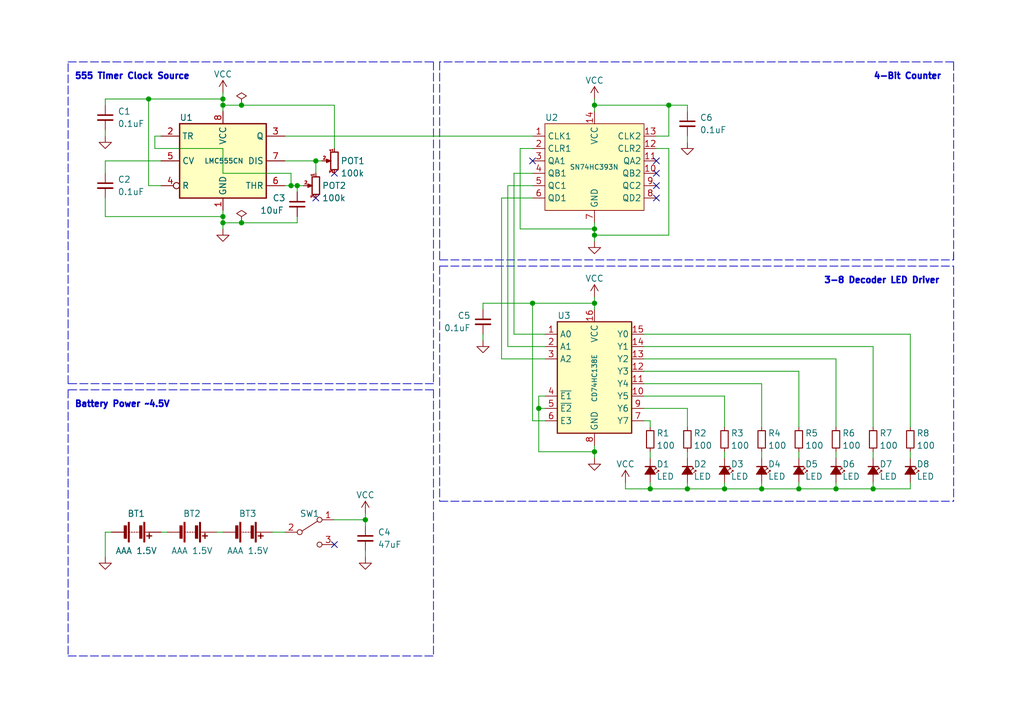
<source format=kicad_sch>
(kicad_sch (version 20211123) (generator eeschema)

  (uuid a95a5897-6091-47d4-8dbf-4ccd86510141)

  (paper "A5")

  (title_block
    (title "Magic Wand of Sena")
    (date "2022-11-06")
    (rev "1.0")
    (comment 1 "Hüseyin Ilter")
  )

  (lib_symbols
    (symbol "74xx:74HC393" (in_bom yes) (on_board yes)
      (property "Reference" "U2" (id 0) (at -10.16 10.16 0)
        (effects (font (size 1.27 1.27)) (justify left))
      )
      (property "Value" "SN74HC393N" (id 1) (at -5.08 0 0)
        (effects (font (size 1 1)) (justify left))
      )
      (property "Footprint" "Package_DIP:DIP-14_W7.62mm" (id 2) (at -2.54 -3.81 0)
        (effects (font (size 1.27 1.27)) hide)
      )
      (property "Datasheet" "https://www.ti.com/lit/ds/scls143d/scls143d.pdf" (id 3) (at -2.54 -3.81 0)
        (effects (font (size 1.27 1.27)) hide)
      )
      (symbol "74HC393_0_1"
        (rectangle (start -10.16 8.89) (end 10.16 -8.89)
          (stroke (width 0) (type default) (color 0 0 0 0))
          (fill (type background))
        )
      )
      (symbol "74HC393_1_1"
        (pin input line (at -12.7 6.35 0) (length 2.54)
          (name "CLK1" (effects (font (size 1.27 1.27))))
          (number "1" (effects (font (size 1.27 1.27))))
        )
        (pin input line (at 12.7 -1.27 180) (length 2.54)
          (name "QB2" (effects (font (size 1.27 1.27))))
          (number "10" (effects (font (size 1.27 1.27))))
        )
        (pin input line (at 12.7 1.27 180) (length 2.54)
          (name "QA2" (effects (font (size 1.27 1.27))))
          (number "11" (effects (font (size 1.27 1.27))))
        )
        (pin input line (at 12.7 3.81 180) (length 2.54)
          (name "CLR2" (effects (font (size 1.27 1.27))))
          (number "12" (effects (font (size 1.27 1.27))))
        )
        (pin input line (at 12.7 6.35 180) (length 2.54)
          (name "CLK2" (effects (font (size 1.27 1.27))))
          (number "13" (effects (font (size 1.27 1.27))))
        )
        (pin input line (at 0 11.43 270) (length 2.54)
          (name "VCC" (effects (font (size 1.27 1.27))))
          (number "14" (effects (font (size 1.27 1.27))))
        )
        (pin input line (at -12.7 3.81 0) (length 2.54)
          (name "CLR1" (effects (font (size 1.27 1.27))))
          (number "2" (effects (font (size 1.27 1.27))))
        )
        (pin output line (at -12.7 1.27 0) (length 2.54)
          (name "QA1" (effects (font (size 1.27 1.27))))
          (number "3" (effects (font (size 1.27 1.27))))
        )
        (pin output line (at -12.7 -1.27 0) (length 2.54)
          (name "QB1" (effects (font (size 1.27 1.27))))
          (number "4" (effects (font (size 1.27 1.27))))
        )
        (pin output line (at -12.7 -3.81 0) (length 2.54)
          (name "QC1" (effects (font (size 1.27 1.27))))
          (number "5" (effects (font (size 1.27 1.27))))
        )
        (pin output line (at -12.7 -6.35 0) (length 2.54)
          (name "QD1" (effects (font (size 1.27 1.27))))
          (number "6" (effects (font (size 1.27 1.27))))
        )
        (pin input line (at 0 -11.43 90) (length 2.54)
          (name "GND" (effects (font (size 1.27 1.27))))
          (number "7" (effects (font (size 1.27 1.27))))
        )
        (pin input line (at 12.7 -6.35 180) (length 2.54)
          (name "QD2" (effects (font (size 1.27 1.27))))
          (number "8" (effects (font (size 1.27 1.27))))
        )
        (pin input line (at 12.7 -3.81 180) (length 2.54)
          (name "QC2" (effects (font (size 1.27 1.27))))
          (number "9" (effects (font (size 1.27 1.27))))
        )
      )
    )
    (symbol "74xx:CD74AC238" (in_bom yes) (on_board yes)
      (property "Reference" "U" (id 0) (at -7.62 13.97 0)
        (effects (font (size 1.27 1.27)) (justify left bottom))
      )
      (property "Value" "CD74AC238" (id 1) (at 2.54 -11.43 0)
        (effects (font (size 1.27 1.27)) (justify left top))
      )
      (property "Footprint" "" (id 2) (at 0 0 0)
        (effects (font (size 1.27 1.27)) hide)
      )
      (property "Datasheet" "https://www.ti.com/lit/ds/symlink/cd74ac238.pdf" (id 3) (at 0 0 0)
        (effects (font (size 1.27 1.27)) hide)
      )
      (property "ki_keywords" "demux" (id 4) (at 0 0 0)
        (effects (font (size 1.27 1.27)) hide)
      )
      (property "ki_description" "3-to-8 line decoder/multiplexer, SOIC-16" (id 5) (at 0 0 0)
        (effects (font (size 1.27 1.27)) hide)
      )
      (property "ki_fp_filters" "SOIC*3.9x9.9mm*P1.27mm*" (id 6) (at 0 0 0)
        (effects (font (size 1.27 1.27)) hide)
      )
      (symbol "CD74AC238_0_1"
        (rectangle (start -7.62 12.7) (end 7.62 -10.16)
          (stroke (width 0.254) (type default) (color 0 0 0 0))
          (fill (type background))
        )
      )
      (symbol "CD74AC238_1_1"
        (pin input line (at -10.16 10.16 0) (length 2.54)
          (name "A0" (effects (font (size 1.27 1.27))))
          (number "1" (effects (font (size 1.27 1.27))))
        )
        (pin output line (at 10.16 -2.54 180) (length 2.54)
          (name "Y5" (effects (font (size 1.27 1.27))))
          (number "10" (effects (font (size 1.27 1.27))))
        )
        (pin output line (at 10.16 0 180) (length 2.54)
          (name "Y4" (effects (font (size 1.27 1.27))))
          (number "11" (effects (font (size 1.27 1.27))))
        )
        (pin output line (at 10.16 2.54 180) (length 2.54)
          (name "Y3" (effects (font (size 1.27 1.27))))
          (number "12" (effects (font (size 1.27 1.27))))
        )
        (pin output line (at 10.16 5.08 180) (length 2.54)
          (name "Y2" (effects (font (size 1.27 1.27))))
          (number "13" (effects (font (size 1.27 1.27))))
        )
        (pin output line (at 10.16 7.62 180) (length 2.54)
          (name "Y1" (effects (font (size 1.27 1.27))))
          (number "14" (effects (font (size 1.27 1.27))))
        )
        (pin output line (at 10.16 10.16 180) (length 2.54)
          (name "Y0" (effects (font (size 1.27 1.27))))
          (number "15" (effects (font (size 1.27 1.27))))
        )
        (pin power_in line (at 0 15.24 270) (length 2.54)
          (name "VCC" (effects (font (size 1.27 1.27))))
          (number "16" (effects (font (size 1.27 1.27))))
        )
        (pin input line (at -10.16 7.62 0) (length 2.54)
          (name "A1" (effects (font (size 1.27 1.27))))
          (number "2" (effects (font (size 1.27 1.27))))
        )
        (pin input line (at -10.16 5.08 0) (length 2.54)
          (name "A2" (effects (font (size 1.27 1.27))))
          (number "3" (effects (font (size 1.27 1.27))))
        )
        (pin input line (at -10.16 -2.54 0) (length 2.54)
          (name "~{E1}" (effects (font (size 1.27 1.27))))
          (number "4" (effects (font (size 1.27 1.27))))
        )
        (pin input line (at -10.16 -5.08 0) (length 2.54)
          (name "~{E2}" (effects (font (size 1.27 1.27))))
          (number "5" (effects (font (size 1.27 1.27))))
        )
        (pin input line (at -10.16 -7.62 0) (length 2.54)
          (name "E3" (effects (font (size 1.27 1.27))))
          (number "6" (effects (font (size 1.27 1.27))))
        )
        (pin output line (at 10.16 -7.62 180) (length 2.54)
          (name "Y7" (effects (font (size 1.27 1.27))))
          (number "7" (effects (font (size 1.27 1.27))))
        )
        (pin power_in line (at 0 -12.7 90) (length 2.54)
          (name "GND" (effects (font (size 1.27 1.27))))
          (number "8" (effects (font (size 1.27 1.27))))
        )
        (pin output line (at 10.16 -5.08 180) (length 2.54)
          (name "Y6" (effects (font (size 1.27 1.27))))
          (number "9" (effects (font (size 1.27 1.27))))
        )
      )
    )
    (symbol "Device:Battery" (pin_numbers hide) (pin_names (offset 0) hide) (in_bom yes) (on_board yes)
      (property "Reference" "BT" (id 0) (at 2.54 2.54 0)
        (effects (font (size 1.27 1.27)) (justify left))
      )
      (property "Value" "Battery" (id 1) (at 2.54 0 0)
        (effects (font (size 1.27 1.27)) (justify left))
      )
      (property "Footprint" "" (id 2) (at 0 1.524 90)
        (effects (font (size 1.27 1.27)) hide)
      )
      (property "Datasheet" "~" (id 3) (at 0 1.524 90)
        (effects (font (size 1.27 1.27)) hide)
      )
      (property "ki_keywords" "batt voltage-source cell" (id 4) (at 0 0 0)
        (effects (font (size 1.27 1.27)) hide)
      )
      (property "ki_description" "Multiple-cell battery" (id 5) (at 0 0 0)
        (effects (font (size 1.27 1.27)) hide)
      )
      (symbol "Battery_0_1"
        (rectangle (start -2.032 -1.397) (end 2.032 -1.651)
          (stroke (width 0) (type default) (color 0 0 0 0))
          (fill (type outline))
        )
        (rectangle (start -2.032 1.778) (end 2.032 1.524)
          (stroke (width 0) (type default) (color 0 0 0 0))
          (fill (type outline))
        )
        (rectangle (start -1.3208 -1.9812) (end 1.27 -2.4892)
          (stroke (width 0) (type default) (color 0 0 0 0))
          (fill (type outline))
        )
        (rectangle (start -1.3208 1.1938) (end 1.27 0.6858)
          (stroke (width 0) (type default) (color 0 0 0 0))
          (fill (type outline))
        )
        (polyline
          (pts
            (xy 0 -1.524)
            (xy 0 -1.27)
          )
          (stroke (width 0) (type default) (color 0 0 0 0))
          (fill (type none))
        )
        (polyline
          (pts
            (xy 0 -1.016)
            (xy 0 -0.762)
          )
          (stroke (width 0) (type default) (color 0 0 0 0))
          (fill (type none))
        )
        (polyline
          (pts
            (xy 0 -0.508)
            (xy 0 -0.254)
          )
          (stroke (width 0) (type default) (color 0 0 0 0))
          (fill (type none))
        )
        (polyline
          (pts
            (xy 0 0)
            (xy 0 0.254)
          )
          (stroke (width 0) (type default) (color 0 0 0 0))
          (fill (type none))
        )
        (polyline
          (pts
            (xy 0 0.508)
            (xy 0 0.762)
          )
          (stroke (width 0) (type default) (color 0 0 0 0))
          (fill (type none))
        )
        (polyline
          (pts
            (xy 0 1.778)
            (xy 0 2.54)
          )
          (stroke (width 0) (type default) (color 0 0 0 0))
          (fill (type none))
        )
        (polyline
          (pts
            (xy 0.254 2.667)
            (xy 1.27 2.667)
          )
          (stroke (width 0.254) (type default) (color 0 0 0 0))
          (fill (type none))
        )
        (polyline
          (pts
            (xy 0.762 3.175)
            (xy 0.762 2.159)
          )
          (stroke (width 0.254) (type default) (color 0 0 0 0))
          (fill (type none))
        )
      )
      (symbol "Battery_1_1"
        (pin passive line (at 0 5.08 270) (length 2.54)
          (name "+" (effects (font (size 1.27 1.27))))
          (number "1" (effects (font (size 1.27 1.27))))
        )
        (pin passive line (at 0 -5.08 90) (length 2.54)
          (name "-" (effects (font (size 1.27 1.27))))
          (number "2" (effects (font (size 1.27 1.27))))
        )
      )
    )
    (symbol "Device:C_Small" (pin_numbers hide) (pin_names (offset 0.254) hide) (in_bom yes) (on_board yes)
      (property "Reference" "C" (id 0) (at 0.254 1.778 0)
        (effects (font (size 1.27 1.27)) (justify left))
      )
      (property "Value" "C_Small" (id 1) (at 0.254 -2.032 0)
        (effects (font (size 1.27 1.27)) (justify left))
      )
      (property "Footprint" "" (id 2) (at 0 0 0)
        (effects (font (size 1.27 1.27)) hide)
      )
      (property "Datasheet" "~" (id 3) (at 0 0 0)
        (effects (font (size 1.27 1.27)) hide)
      )
      (property "ki_keywords" "capacitor cap" (id 4) (at 0 0 0)
        (effects (font (size 1.27 1.27)) hide)
      )
      (property "ki_description" "Unpolarized capacitor, small symbol" (id 5) (at 0 0 0)
        (effects (font (size 1.27 1.27)) hide)
      )
      (property "ki_fp_filters" "C_*" (id 6) (at 0 0 0)
        (effects (font (size 1.27 1.27)) hide)
      )
      (symbol "C_Small_0_1"
        (polyline
          (pts
            (xy -1.524 -0.508)
            (xy 1.524 -0.508)
          )
          (stroke (width 0.3302) (type default) (color 0 0 0 0))
          (fill (type none))
        )
        (polyline
          (pts
            (xy -1.524 0.508)
            (xy 1.524 0.508)
          )
          (stroke (width 0.3048) (type default) (color 0 0 0 0))
          (fill (type none))
        )
      )
      (symbol "C_Small_1_1"
        (pin passive line (at 0 2.54 270) (length 2.032)
          (name "~" (effects (font (size 1.27 1.27))))
          (number "1" (effects (font (size 1.27 1.27))))
        )
        (pin passive line (at 0 -2.54 90) (length 2.032)
          (name "~" (effects (font (size 1.27 1.27))))
          (number "2" (effects (font (size 1.27 1.27))))
        )
      )
    )
    (symbol "Device:LED_Small_Filled" (pin_numbers hide) (pin_names (offset 0.254) hide) (in_bom yes) (on_board yes)
      (property "Reference" "D" (id 0) (at -1.27 3.175 0)
        (effects (font (size 1.27 1.27)) (justify left))
      )
      (property "Value" "LED_Small_Filled" (id 1) (at -4.445 -2.54 0)
        (effects (font (size 1.27 1.27)) (justify left))
      )
      (property "Footprint" "" (id 2) (at 0 0 90)
        (effects (font (size 1.27 1.27)) hide)
      )
      (property "Datasheet" "~" (id 3) (at 0 0 90)
        (effects (font (size 1.27 1.27)) hide)
      )
      (property "ki_keywords" "LED diode light-emitting-diode" (id 4) (at 0 0 0)
        (effects (font (size 1.27 1.27)) hide)
      )
      (property "ki_description" "Light emitting diode, small symbol, filled shape" (id 5) (at 0 0 0)
        (effects (font (size 1.27 1.27)) hide)
      )
      (property "ki_fp_filters" "LED* LED_SMD:* LED_THT:*" (id 6) (at 0 0 0)
        (effects (font (size 1.27 1.27)) hide)
      )
      (symbol "LED_Small_Filled_0_1"
        (polyline
          (pts
            (xy -0.762 -1.016)
            (xy -0.762 1.016)
          )
          (stroke (width 0.254) (type default) (color 0 0 0 0))
          (fill (type none))
        )
        (polyline
          (pts
            (xy 1.016 0)
            (xy -0.762 0)
          )
          (stroke (width 0) (type default) (color 0 0 0 0))
          (fill (type none))
        )
        (polyline
          (pts
            (xy 0.762 -1.016)
            (xy -0.762 0)
            (xy 0.762 1.016)
            (xy 0.762 -1.016)
          )
          (stroke (width 0.254) (type default) (color 0 0 0 0))
          (fill (type outline))
        )
        (polyline
          (pts
            (xy 0 0.762)
            (xy -0.508 1.27)
            (xy -0.254 1.27)
            (xy -0.508 1.27)
            (xy -0.508 1.016)
          )
          (stroke (width 0) (type default) (color 0 0 0 0))
          (fill (type none))
        )
        (polyline
          (pts
            (xy 0.508 1.27)
            (xy 0 1.778)
            (xy 0.254 1.778)
            (xy 0 1.778)
            (xy 0 1.524)
          )
          (stroke (width 0) (type default) (color 0 0 0 0))
          (fill (type none))
        )
      )
      (symbol "LED_Small_Filled_1_1"
        (pin passive line (at -2.54 0 0) (length 1.778)
          (name "K" (effects (font (size 1.27 1.27))))
          (number "1" (effects (font (size 1.27 1.27))))
        )
        (pin passive line (at 2.54 0 180) (length 1.778)
          (name "A" (effects (font (size 1.27 1.27))))
          (number "2" (effects (font (size 1.27 1.27))))
        )
      )
    )
    (symbol "Device:R_Potentiometer_Small" (pin_names (offset 1.016) hide) (in_bom yes) (on_board yes)
      (property "Reference" "RV" (id 0) (at -4.445 0 90)
        (effects (font (size 1.27 1.27)))
      )
      (property "Value" "R_Potentiometer_Small" (id 1) (at -2.54 0 90)
        (effects (font (size 1.27 1.27)))
      )
      (property "Footprint" "" (id 2) (at 0 0 0)
        (effects (font (size 1.27 1.27)) hide)
      )
      (property "Datasheet" "~" (id 3) (at 0 0 0)
        (effects (font (size 1.27 1.27)) hide)
      )
      (property "ki_keywords" "resistor variable" (id 4) (at 0 0 0)
        (effects (font (size 1.27 1.27)) hide)
      )
      (property "ki_description" "Potentiometer" (id 5) (at 0 0 0)
        (effects (font (size 1.27 1.27)) hide)
      )
      (property "ki_fp_filters" "Potentiometer*" (id 6) (at 0 0 0)
        (effects (font (size 1.27 1.27)) hide)
      )
      (symbol "R_Potentiometer_Small_0_1"
        (polyline
          (pts
            (xy 0.889 0)
            (xy 0.635 0)
            (xy 1.651 0.381)
            (xy 1.651 -0.381)
            (xy 0.635 0)
            (xy 0.889 0)
          )
          (stroke (width 0) (type default) (color 0 0 0 0))
          (fill (type outline))
        )
        (rectangle (start 0.762 1.8034) (end -0.762 -1.8034)
          (stroke (width 0.254) (type default) (color 0 0 0 0))
          (fill (type none))
        )
      )
      (symbol "R_Potentiometer_Small_1_1"
        (pin passive line (at 0 2.54 270) (length 0.635)
          (name "1" (effects (font (size 0.635 0.635))))
          (number "1" (effects (font (size 0.635 0.635))))
        )
        (pin passive line (at 2.54 0 180) (length 0.9906)
          (name "2" (effects (font (size 0.635 0.635))))
          (number "2" (effects (font (size 0.635 0.635))))
        )
        (pin passive line (at 0 -2.54 90) (length 0.635)
          (name "3" (effects (font (size 0.635 0.635))))
          (number "3" (effects (font (size 0.635 0.635))))
        )
      )
    )
    (symbol "Device:R_Small" (pin_numbers hide) (pin_names (offset 0.254) hide) (in_bom yes) (on_board yes)
      (property "Reference" "R" (id 0) (at 0.762 0.508 0)
        (effects (font (size 1.27 1.27)) (justify left))
      )
      (property "Value" "R_Small" (id 1) (at 0.762 -1.016 0)
        (effects (font (size 1.27 1.27)) (justify left))
      )
      (property "Footprint" "" (id 2) (at 0 0 0)
        (effects (font (size 1.27 1.27)) hide)
      )
      (property "Datasheet" "~" (id 3) (at 0 0 0)
        (effects (font (size 1.27 1.27)) hide)
      )
      (property "ki_keywords" "R resistor" (id 4) (at 0 0 0)
        (effects (font (size 1.27 1.27)) hide)
      )
      (property "ki_description" "Resistor, small symbol" (id 5) (at 0 0 0)
        (effects (font (size 1.27 1.27)) hide)
      )
      (property "ki_fp_filters" "R_*" (id 6) (at 0 0 0)
        (effects (font (size 1.27 1.27)) hide)
      )
      (symbol "R_Small_0_1"
        (rectangle (start -0.762 1.778) (end 0.762 -1.778)
          (stroke (width 0.2032) (type default) (color 0 0 0 0))
          (fill (type none))
        )
      )
      (symbol "R_Small_1_1"
        (pin passive line (at 0 2.54 270) (length 0.762)
          (name "~" (effects (font (size 1.27 1.27))))
          (number "1" (effects (font (size 1.27 1.27))))
        )
        (pin passive line (at 0 -2.54 90) (length 0.762)
          (name "~" (effects (font (size 1.27 1.27))))
          (number "2" (effects (font (size 1.27 1.27))))
        )
      )
    )
    (symbol "Switch:SW_SPDT" (pin_names (offset 0) hide) (in_bom yes) (on_board yes)
      (property "Reference" "SW" (id 0) (at 0 4.318 0)
        (effects (font (size 1.27 1.27)))
      )
      (property "Value" "SW_SPDT" (id 1) (at 0 -5.08 0)
        (effects (font (size 1.27 1.27)))
      )
      (property "Footprint" "" (id 2) (at 0 0 0)
        (effects (font (size 1.27 1.27)) hide)
      )
      (property "Datasheet" "~" (id 3) (at 0 0 0)
        (effects (font (size 1.27 1.27)) hide)
      )
      (property "ki_keywords" "switch single-pole double-throw spdt ON-ON" (id 4) (at 0 0 0)
        (effects (font (size 1.27 1.27)) hide)
      )
      (property "ki_description" "Switch, single pole double throw" (id 5) (at 0 0 0)
        (effects (font (size 1.27 1.27)) hide)
      )
      (symbol "SW_SPDT_0_0"
        (circle (center -2.032 0) (radius 0.508)
          (stroke (width 0) (type default) (color 0 0 0 0))
          (fill (type none))
        )
        (circle (center 2.032 -2.54) (radius 0.508)
          (stroke (width 0) (type default) (color 0 0 0 0))
          (fill (type none))
        )
      )
      (symbol "SW_SPDT_0_1"
        (polyline
          (pts
            (xy -1.524 0.254)
            (xy 1.651 2.286)
          )
          (stroke (width 0) (type default) (color 0 0 0 0))
          (fill (type none))
        )
        (circle (center 2.032 2.54) (radius 0.508)
          (stroke (width 0) (type default) (color 0 0 0 0))
          (fill (type none))
        )
      )
      (symbol "SW_SPDT_1_1"
        (pin passive line (at 5.08 2.54 180) (length 2.54)
          (name "A" (effects (font (size 1.27 1.27))))
          (number "1" (effects (font (size 1.27 1.27))))
        )
        (pin passive line (at -5.08 0 0) (length 2.54)
          (name "B" (effects (font (size 1.27 1.27))))
          (number "2" (effects (font (size 1.27 1.27))))
        )
        (pin passive line (at 5.08 -2.54 180) (length 2.54)
          (name "C" (effects (font (size 1.27 1.27))))
          (number "3" (effects (font (size 1.27 1.27))))
        )
      )
    )
    (symbol "Timer:LMC555xN" (in_bom yes) (on_board yes)
      (property "Reference" "U" (id 0) (at -10.16 8.89 0)
        (effects (font (size 1.27 1.27)) (justify left))
      )
      (property "Value" "LMC555xN" (id 1) (at 2.54 8.89 0)
        (effects (font (size 1.27 1.27)) (justify left))
      )
      (property "Footprint" "Package_DIP:DIP-8_W7.62mm" (id 2) (at 16.51 -10.16 0)
        (effects (font (size 1.27 1.27)) hide)
      )
      (property "Datasheet" "http://www.ti.com/lit/ds/symlink/lmc555.pdf" (id 3) (at 21.59 -10.16 0)
        (effects (font (size 1.27 1.27)) hide)
      )
      (property "ki_keywords" "single timer 555" (id 4) (at 0 0 0)
        (effects (font (size 1.27 1.27)) hide)
      )
      (property "ki_description" "CMOS Timer, 555 compatible, PDIP-8" (id 5) (at 0 0 0)
        (effects (font (size 1.27 1.27)) hide)
      )
      (property "ki_fp_filters" "DIP*W7.62mm*" (id 6) (at 0 0 0)
        (effects (font (size 1.27 1.27)) hide)
      )
      (symbol "LMC555xN_0_0"
        (pin power_in line (at 0 -10.16 90) (length 2.54)
          (name "GND" (effects (font (size 1.27 1.27))))
          (number "1" (effects (font (size 1.27 1.27))))
        )
        (pin power_in line (at 0 10.16 270) (length 2.54)
          (name "VCC" (effects (font (size 1.27 1.27))))
          (number "8" (effects (font (size 1.27 1.27))))
        )
      )
      (symbol "LMC555xN_0_1"
        (rectangle (start -8.89 -7.62) (end 8.89 7.62)
          (stroke (width 0.254) (type default) (color 0 0 0 0))
          (fill (type background))
        )
        (rectangle (start -8.89 -7.62) (end 8.89 7.62)
          (stroke (width 0.254) (type default) (color 0 0 0 0))
          (fill (type background))
        )
      )
      (symbol "LMC555xN_1_1"
        (pin input line (at -12.7 5.08 0) (length 3.81)
          (name "TR" (effects (font (size 1.27 1.27))))
          (number "2" (effects (font (size 1.27 1.27))))
        )
        (pin output line (at 12.7 5.08 180) (length 3.81)
          (name "Q" (effects (font (size 1.27 1.27))))
          (number "3" (effects (font (size 1.27 1.27))))
        )
        (pin input inverted (at -12.7 -5.08 0) (length 3.81)
          (name "R" (effects (font (size 1.27 1.27))))
          (number "4" (effects (font (size 1.27 1.27))))
        )
        (pin input line (at -12.7 0 0) (length 3.81)
          (name "CV" (effects (font (size 1.27 1.27))))
          (number "5" (effects (font (size 1.27 1.27))))
        )
        (pin input line (at 12.7 -5.08 180) (length 3.81)
          (name "THR" (effects (font (size 1.27 1.27))))
          (number "6" (effects (font (size 1.27 1.27))))
        )
        (pin input line (at 12.7 0 180) (length 3.81)
          (name "DIS" (effects (font (size 1.27 1.27))))
          (number "7" (effects (font (size 1.27 1.27))))
        )
      )
    )
    (symbol "power:GND" (power) (pin_names (offset 0)) (in_bom yes) (on_board yes)
      (property "Reference" "#PWR" (id 0) (at 0 -6.35 0)
        (effects (font (size 1.27 1.27)) hide)
      )
      (property "Value" "GND" (id 1) (at 0 -3.81 0)
        (effects (font (size 1.27 1.27)))
      )
      (property "Footprint" "" (id 2) (at 0 0 0)
        (effects (font (size 1.27 1.27)) hide)
      )
      (property "Datasheet" "" (id 3) (at 0 0 0)
        (effects (font (size 1.27 1.27)) hide)
      )
      (property "ki_keywords" "power-flag" (id 4) (at 0 0 0)
        (effects (font (size 1.27 1.27)) hide)
      )
      (property "ki_description" "Power symbol creates a global label with name \"GND\" , ground" (id 5) (at 0 0 0)
        (effects (font (size 1.27 1.27)) hide)
      )
      (symbol "GND_0_1"
        (polyline
          (pts
            (xy 0 0)
            (xy 0 -1.27)
            (xy 1.27 -1.27)
            (xy 0 -2.54)
            (xy -1.27 -1.27)
            (xy 0 -1.27)
          )
          (stroke (width 0) (type default) (color 0 0 0 0))
          (fill (type none))
        )
      )
      (symbol "GND_1_1"
        (pin power_in line (at 0 0 270) (length 0) hide
          (name "GND" (effects (font (size 1.27 1.27))))
          (number "1" (effects (font (size 1.27 1.27))))
        )
      )
    )
    (symbol "power:PWR_FLAG" (power) (pin_numbers hide) (pin_names (offset 0) hide) (in_bom yes) (on_board yes)
      (property "Reference" "#FLG" (id 0) (at 0 1.905 0)
        (effects (font (size 1.27 1.27)) hide)
      )
      (property "Value" "PWR_FLAG" (id 1) (at 0 3.81 0)
        (effects (font (size 1.27 1.27)))
      )
      (property "Footprint" "" (id 2) (at 0 0 0)
        (effects (font (size 1.27 1.27)) hide)
      )
      (property "Datasheet" "~" (id 3) (at 0 0 0)
        (effects (font (size 1.27 1.27)) hide)
      )
      (property "ki_keywords" "power-flag" (id 4) (at 0 0 0)
        (effects (font (size 1.27 1.27)) hide)
      )
      (property "ki_description" "Special symbol for telling ERC where power comes from" (id 5) (at 0 0 0)
        (effects (font (size 1.27 1.27)) hide)
      )
      (symbol "PWR_FLAG_0_0"
        (pin power_out line (at 0 0 90) (length 0)
          (name "pwr" (effects (font (size 1.27 1.27))))
          (number "1" (effects (font (size 1.27 1.27))))
        )
      )
      (symbol "PWR_FLAG_0_1"
        (polyline
          (pts
            (xy 0 0)
            (xy 0 1.27)
            (xy -1.016 1.905)
            (xy 0 2.54)
            (xy 1.016 1.905)
            (xy 0 1.27)
          )
          (stroke (width 0) (type default) (color 0 0 0 0))
          (fill (type none))
        )
      )
    )
    (symbol "power:VCC" (power) (pin_names (offset 0)) (in_bom yes) (on_board yes)
      (property "Reference" "#PWR" (id 0) (at 0 -3.81 0)
        (effects (font (size 1.27 1.27)) hide)
      )
      (property "Value" "VCC" (id 1) (at 0 3.81 0)
        (effects (font (size 1.27 1.27)))
      )
      (property "Footprint" "" (id 2) (at 0 0 0)
        (effects (font (size 1.27 1.27)) hide)
      )
      (property "Datasheet" "" (id 3) (at 0 0 0)
        (effects (font (size 1.27 1.27)) hide)
      )
      (property "ki_keywords" "power-flag" (id 4) (at 0 0 0)
        (effects (font (size 1.27 1.27)) hide)
      )
      (property "ki_description" "Power symbol creates a global label with name \"VCC\"" (id 5) (at 0 0 0)
        (effects (font (size 1.27 1.27)) hide)
      )
      (symbol "VCC_0_1"
        (polyline
          (pts
            (xy -0.762 1.27)
            (xy 0 2.54)
          )
          (stroke (width 0) (type default) (color 0 0 0 0))
          (fill (type none))
        )
        (polyline
          (pts
            (xy 0 0)
            (xy 0 2.54)
          )
          (stroke (width 0) (type default) (color 0 0 0 0))
          (fill (type none))
        )
        (polyline
          (pts
            (xy 0 2.54)
            (xy 0.762 1.27)
          )
          (stroke (width 0) (type default) (color 0 0 0 0))
          (fill (type none))
        )
      )
      (symbol "VCC_1_1"
        (pin power_in line (at 0 0 90) (length 0) hide
          (name "VCC" (effects (font (size 1.27 1.27))))
          (number "1" (effects (font (size 1.27 1.27))))
        )
      )
    )
  )


  (junction (at 49.53 21.59) (diameter 0) (color 0 0 0 0)
    (uuid 171c742a-fda8-4cc0-8416-e73ea5788e56)
  )
  (junction (at 179.07 100.33) (diameter 0) (color 0 0 0 0)
    (uuid 1ae222e9-0cc0-4379-a5fa-ac9c2643da04)
  )
  (junction (at 45.72 21.59) (diameter 0) (color 0 0 0 0)
    (uuid 1d19e2b6-5e4d-4002-9869-ae014cca9142)
  )
  (junction (at 121.92 48.26) (diameter 0) (color 0 0 0 0)
    (uuid 1f80d2e4-a9f8-46a3-9684-6515ceb8bac4)
  )
  (junction (at 148.59 100.33) (diameter 0) (color 0 0 0 0)
    (uuid 225c8a1a-7594-4407-89a4-62961b094e3b)
  )
  (junction (at 133.35 100.33) (diameter 0) (color 0 0 0 0)
    (uuid 333ce0a2-8e30-4e4a-a4c6-315403c1d3bf)
  )
  (junction (at 163.83 100.33) (diameter 0) (color 0 0 0 0)
    (uuid 4487ab51-e3d5-4a99-9942-8c0cbd113e28)
  )
  (junction (at 171.45 100.33) (diameter 0) (color 0 0 0 0)
    (uuid 573196c0-10a6-4ace-811c-f9e2be8ab108)
  )
  (junction (at 45.72 44.45) (diameter 0) (color 0 0 0 0)
    (uuid 73051906-0a21-45bb-94cc-f2a36655d2ae)
  )
  (junction (at 59.69 38.1) (diameter 0) (color 0 0 0 0)
    (uuid 73f73943-9fb8-437a-a785-5a663e0d40dc)
  )
  (junction (at 140.97 100.33) (diameter 0) (color 0 0 0 0)
    (uuid 7b4dcd7e-57dc-4d22-933e-c4b9e6741d42)
  )
  (junction (at 121.92 21.59) (diameter 0) (color 0 0 0 0)
    (uuid 7e3cd860-cb49-499c-a74b-8036cd2c5aae)
  )
  (junction (at 74.93 106.68) (diameter 0) (color 0 0 0 0)
    (uuid 88d3f02a-b269-4894-949b-e202fb224c0b)
  )
  (junction (at 156.21 100.33) (diameter 0) (color 0 0 0 0)
    (uuid 93783225-9c2e-4a59-8462-773b4440df97)
  )
  (junction (at 64.77 33.02) (diameter 0) (color 0 0 0 0)
    (uuid 95c27bb0-a9ce-4ffe-98f0-cbd4596a8162)
  )
  (junction (at 121.92 46.99) (diameter 0) (color 0 0 0 0)
    (uuid 966bcabb-cce2-426f-b75b-23a04f465946)
  )
  (junction (at 121.92 92.71) (diameter 0) (color 0 0 0 0)
    (uuid b2649d95-79ae-4ae2-b9db-e53290843e6e)
  )
  (junction (at 45.72 20.32) (diameter 0) (color 0 0 0 0)
    (uuid bcf2fb40-e208-4676-b727-78322e5ec73b)
  )
  (junction (at 110.49 83.82) (diameter 0) (color 0 0 0 0)
    (uuid c5b26bde-ba5e-4e55-a178-02a27da737b1)
  )
  (junction (at 30.48 20.32) (diameter 0) (color 0 0 0 0)
    (uuid cf9926c4-ab9c-45e6-96db-e3497912c603)
  )
  (junction (at 109.22 62.23) (diameter 0) (color 0 0 0 0)
    (uuid d96e3d91-1629-4819-8363-ef03c43f8096)
  )
  (junction (at 121.92 62.23) (diameter 0) (color 0 0 0 0)
    (uuid df4c545f-c376-42ea-96b7-8aee52e203c1)
  )
  (junction (at 137.16 21.59) (diameter 0) (color 0 0 0 0)
    (uuid f144c19a-92cb-4d46-9a07-bdcd56dcf944)
  )
  (junction (at 45.72 45.72) (diameter 0) (color 0 0 0 0)
    (uuid f4659d78-10cb-42c7-bd26-3173da7f6995)
  )
  (junction (at 49.53 45.72) (diameter 0) (color 0 0 0 0)
    (uuid fb269d80-85b4-444c-9f17-a25901ef6389)
  )
  (junction (at 60.96 38.1) (diameter 0) (color 0 0 0 0)
    (uuid ff27d258-590c-4d28-bf70-6ad8aa4a62d6)
  )

  (no_connect (at 64.77 40.64) (uuid 13689812-f685-4550-a095-b90687464032))
  (no_connect (at 68.58 35.56) (uuid 13689812-f685-4550-a095-b90687464033))
  (no_connect (at 109.22 33.02) (uuid 17067bb2-3f18-4dbd-b781-a600712967cf))
  (no_connect (at 68.58 111.76) (uuid f7790ed6-08b3-4807-909a-ce8f3fe6eeea))
  (no_connect (at 134.62 38.1) (uuid f7c7e9d9-82f3-4832-9d11-15547fd09a79))
  (no_connect (at 134.62 35.56) (uuid f7c7e9d9-82f3-4832-9d11-15547fd09a7a))
  (no_connect (at 134.62 40.64) (uuid f7c7e9d9-82f3-4832-9d11-15547fd09a7b))
  (no_connect (at 134.62 33.02) (uuid f7c7e9d9-82f3-4832-9d11-15547fd09a7c))

  (wire (pts (xy 102.87 73.66) (xy 111.76 73.66))
    (stroke (width 0) (type default) (color 0 0 0 0))
    (uuid 012c76d0-c8c1-435d-af55-59dd0ca04f27)
  )
  (wire (pts (xy 99.06 62.23) (xy 99.06 63.5))
    (stroke (width 0) (type default) (color 0 0 0 0))
    (uuid 05091998-9e31-42fb-a98d-65bc4f04b9db)
  )
  (wire (pts (xy 110.49 81.28) (xy 110.49 83.82))
    (stroke (width 0) (type default) (color 0 0 0 0))
    (uuid 05abd43e-464b-4df1-9072-b64e258b8d9f)
  )
  (wire (pts (xy 111.76 86.36) (xy 109.22 86.36))
    (stroke (width 0) (type default) (color 0 0 0 0))
    (uuid 0d223506-e28c-44d8-b54c-c04f5ef831cf)
  )
  (wire (pts (xy 132.08 68.58) (xy 186.69 68.58))
    (stroke (width 0) (type default) (color 0 0 0 0))
    (uuid 0da2f340-7f6a-4749-9457-db1c09c80963)
  )
  (wire (pts (xy 163.83 76.2) (xy 163.83 87.63))
    (stroke (width 0) (type default) (color 0 0 0 0))
    (uuid 0f1cc18e-bdbe-47a2-a4ac-43f121111989)
  )
  (wire (pts (xy 68.58 21.59) (xy 68.58 30.48))
    (stroke (width 0) (type default) (color 0 0 0 0))
    (uuid 101efc6b-f9f7-4d9e-8d7f-db30be17762a)
  )
  (wire (pts (xy 132.08 81.28) (xy 148.59 81.28))
    (stroke (width 0) (type default) (color 0 0 0 0))
    (uuid 127bf383-e3c9-4b2e-b547-2fd0865ed852)
  )
  (wire (pts (xy 104.14 38.1) (xy 104.14 71.12))
    (stroke (width 0) (type default) (color 0 0 0 0))
    (uuid 12fbff8a-4c0d-4d9a-bb86-7090b83c0c28)
  )
  (wire (pts (xy 140.97 27.94) (xy 140.97 29.21))
    (stroke (width 0) (type default) (color 0 0 0 0))
    (uuid 12fe0e39-318b-4e35-ace2-aa99e3d31ce4)
  )
  (wire (pts (xy 74.93 106.68) (xy 74.93 107.95))
    (stroke (width 0) (type default) (color 0 0 0 0))
    (uuid 131c8b68-1f66-4531-9910-605274c2af08)
  )
  (wire (pts (xy 179.07 100.33) (xy 186.69 100.33))
    (stroke (width 0) (type default) (color 0 0 0 0))
    (uuid 13a64f15-cda6-448b-bb18-dc17633aa106)
  )
  (wire (pts (xy 133.35 92.71) (xy 133.35 93.98))
    (stroke (width 0) (type default) (color 0 0 0 0))
    (uuid 1583051a-69d5-427e-a5b9-2435be891224)
  )
  (wire (pts (xy 121.92 92.71) (xy 110.49 92.71))
    (stroke (width 0) (type default) (color 0 0 0 0))
    (uuid 1584dd4b-9b74-4406-8b4e-0589ae974369)
  )
  (wire (pts (xy 99.06 68.58) (xy 99.06 69.85))
    (stroke (width 0) (type default) (color 0 0 0 0))
    (uuid 1752f631-8cef-4342-a6f2-31a28a068413)
  )
  (wire (pts (xy 45.72 21.59) (xy 45.72 20.32))
    (stroke (width 0) (type default) (color 0 0 0 0))
    (uuid 1819c0f8-a02b-4906-864b-545d7c9cde3b)
  )
  (polyline (pts (xy 90.17 53.34) (xy 195.58 53.34))
    (stroke (width 0) (type default) (color 0 0 0 0))
    (uuid 1b581d56-9340-42af-8ca8-57072a1b9efe)
  )

  (wire (pts (xy 33.02 38.1) (xy 30.48 38.1))
    (stroke (width 0) (type default) (color 0 0 0 0))
    (uuid 1fca1887-fc53-408f-a203-f5f60b947b00)
  )
  (polyline (pts (xy 13.97 80.01) (xy 13.97 134.62))
    (stroke (width 0) (type default) (color 0 0 0 0))
    (uuid 21b57ad2-ffc4-4f6e-9872-cd2e787a177e)
  )

  (wire (pts (xy 171.45 100.33) (xy 179.07 100.33))
    (stroke (width 0) (type default) (color 0 0 0 0))
    (uuid 245ad2b7-6374-4a1a-9b79-63cf89bf6d08)
  )
  (wire (pts (xy 49.53 21.59) (xy 68.58 21.59))
    (stroke (width 0) (type default) (color 0 0 0 0))
    (uuid 269fabe0-4695-469b-b4ac-924ebe270b32)
  )
  (wire (pts (xy 132.08 76.2) (xy 163.83 76.2))
    (stroke (width 0) (type default) (color 0 0 0 0))
    (uuid 2840e379-9da4-4189-a5f8-a86aa66fad88)
  )
  (wire (pts (xy 30.48 20.32) (xy 45.72 20.32))
    (stroke (width 0) (type default) (color 0 0 0 0))
    (uuid 2a855da2-1df4-44b7-8f93-57b9f54717fb)
  )
  (wire (pts (xy 132.08 71.12) (xy 179.07 71.12))
    (stroke (width 0) (type default) (color 0 0 0 0))
    (uuid 2a92325f-95f3-4c5a-965c-6dc977657048)
  )
  (polyline (pts (xy 88.9 12.7) (xy 88.9 78.74))
    (stroke (width 0) (type default) (color 0 0 0 0))
    (uuid 2c344005-bd12-43ba-ba8e-114341ce31e8)
  )

  (wire (pts (xy 134.62 27.94) (xy 137.16 27.94))
    (stroke (width 0) (type default) (color 0 0 0 0))
    (uuid 2c55dff5-1fa4-46e6-8a71-a3a271f31565)
  )
  (wire (pts (xy 33.02 27.94) (xy 31.75 27.94))
    (stroke (width 0) (type default) (color 0 0 0 0))
    (uuid 2cb61126-563f-4a72-a91b-40d6c072e10b)
  )
  (polyline (pts (xy 88.9 80.01) (xy 88.9 134.62))
    (stroke (width 0) (type default) (color 0 0 0 0))
    (uuid 31c0ed07-9943-418c-9304-695e8c6f1ca2)
  )
  (polyline (pts (xy 90.17 54.61) (xy 90.17 102.87))
    (stroke (width 0) (type default) (color 0 0 0 0))
    (uuid 323cc387-5363-489f-82d0-71e1facced75)
  )

  (wire (pts (xy 137.16 21.59) (xy 137.16 27.94))
    (stroke (width 0) (type default) (color 0 0 0 0))
    (uuid 351f38cb-65ca-458a-9e34-78174765a86d)
  )
  (wire (pts (xy 109.22 38.1) (xy 104.14 38.1))
    (stroke (width 0) (type default) (color 0 0 0 0))
    (uuid 3581eb9e-e0a8-48b4-97ab-c2f7ad320c42)
  )
  (wire (pts (xy 45.72 35.56) (xy 59.69 35.56))
    (stroke (width 0) (type default) (color 0 0 0 0))
    (uuid 365caf58-8086-4280-91cb-35d0da59a837)
  )
  (polyline (pts (xy 90.17 12.7) (xy 90.17 53.34))
    (stroke (width 0) (type default) (color 0 0 0 0))
    (uuid 383e2daf-00c2-4ea5-86bb-3c4add2b11e0)
  )

  (wire (pts (xy 148.59 81.28) (xy 148.59 87.63))
    (stroke (width 0) (type default) (color 0 0 0 0))
    (uuid 3ba12b99-01ec-4d16-a81a-92d418cd5d21)
  )
  (polyline (pts (xy 195.58 53.34) (xy 195.58 12.7))
    (stroke (width 0) (type default) (color 0 0 0 0))
    (uuid 3bf94171-7ccc-4620-8ea0-39b0015ddf38)
  )

  (wire (pts (xy 134.62 30.48) (xy 137.16 30.48))
    (stroke (width 0) (type default) (color 0 0 0 0))
    (uuid 3c59a68d-ea72-4bd8-8b78-6d6fac2b0265)
  )
  (wire (pts (xy 21.59 40.64) (xy 21.59 44.45))
    (stroke (width 0) (type default) (color 0 0 0 0))
    (uuid 416baf62-c44a-4a62-9f87-c68573a53413)
  )
  (wire (pts (xy 121.92 62.23) (xy 121.92 63.5))
    (stroke (width 0) (type default) (color 0 0 0 0))
    (uuid 43db8191-7b4a-40f9-b7a3-f20464795dd2)
  )
  (wire (pts (xy 121.92 20.32) (xy 121.92 21.59))
    (stroke (width 0) (type default) (color 0 0 0 0))
    (uuid 480a0bf0-6c0f-4ab4-b292-7dee1972d41e)
  )
  (wire (pts (xy 132.08 86.36) (xy 133.35 86.36))
    (stroke (width 0) (type default) (color 0 0 0 0))
    (uuid 48b62416-03be-435c-968b-06ac596691ab)
  )
  (wire (pts (xy 121.92 22.86) (xy 121.92 21.59))
    (stroke (width 0) (type default) (color 0 0 0 0))
    (uuid 4b8d23a7-3314-4825-bd52-88fdbe2aee5c)
  )
  (wire (pts (xy 21.59 20.32) (xy 21.59 21.59))
    (stroke (width 0) (type default) (color 0 0 0 0))
    (uuid 4c5c80cc-1c60-41d8-a869-3f749290d3e0)
  )
  (wire (pts (xy 148.59 99.06) (xy 148.59 100.33))
    (stroke (width 0) (type default) (color 0 0 0 0))
    (uuid 4f62cde1-7700-4a79-88a7-be90b8c11256)
  )
  (polyline (pts (xy 88.9 78.74) (xy 13.97 78.74))
    (stroke (width 0) (type default) (color 0 0 0 0))
    (uuid 51f6c12e-1bdc-49bd-a71c-5382ba3f4bcb)
  )

  (wire (pts (xy 105.41 35.56) (xy 105.41 68.58))
    (stroke (width 0) (type default) (color 0 0 0 0))
    (uuid 53d6e713-8ca7-4705-a1a8-e759d1e56cbb)
  )
  (wire (pts (xy 45.72 43.18) (xy 45.72 44.45))
    (stroke (width 0) (type default) (color 0 0 0 0))
    (uuid 57648f6f-ef06-47a8-8a41-c20497ad8730)
  )
  (wire (pts (xy 30.48 38.1) (xy 30.48 20.32))
    (stroke (width 0) (type default) (color 0 0 0 0))
    (uuid 579f7ec0-3b1f-4f32-837f-46fd2c8480fb)
  )
  (wire (pts (xy 163.83 99.06) (xy 163.83 100.33))
    (stroke (width 0) (type default) (color 0 0 0 0))
    (uuid 57c73c6a-6235-44b6-9c06-e46f0ee634dd)
  )
  (wire (pts (xy 121.92 45.72) (xy 121.92 46.99))
    (stroke (width 0) (type default) (color 0 0 0 0))
    (uuid 58fc7f5e-542d-4f60-8647-93de79139ce9)
  )
  (wire (pts (xy 49.53 45.72) (xy 45.72 45.72))
    (stroke (width 0) (type default) (color 0 0 0 0))
    (uuid 5b3d4bc5-59b9-4986-b9d8-8471371f61a0)
  )
  (wire (pts (xy 156.21 99.06) (xy 156.21 100.33))
    (stroke (width 0) (type default) (color 0 0 0 0))
    (uuid 5b67e07c-31ec-4073-a175-e71fe0d73aad)
  )
  (wire (pts (xy 137.16 30.48) (xy 137.16 48.26))
    (stroke (width 0) (type default) (color 0 0 0 0))
    (uuid 5d772154-4be1-4689-8033-667286a9b631)
  )
  (wire (pts (xy 121.92 62.23) (xy 109.22 62.23))
    (stroke (width 0) (type default) (color 0 0 0 0))
    (uuid 5e005f28-cd6d-426a-b5b7-3f1ddcef47f2)
  )
  (wire (pts (xy 171.45 73.66) (xy 171.45 87.63))
    (stroke (width 0) (type default) (color 0 0 0 0))
    (uuid 60e83bae-18c7-4033-ab07-7e0208962802)
  )
  (wire (pts (xy 31.75 30.48) (xy 45.72 30.48))
    (stroke (width 0) (type default) (color 0 0 0 0))
    (uuid 645fd267-8fa0-40f9-a172-dee6b4a438ea)
  )
  (wire (pts (xy 133.35 99.06) (xy 133.35 100.33))
    (stroke (width 0) (type default) (color 0 0 0 0))
    (uuid 6484132b-3b18-4c91-bc52-4a97c2853ddf)
  )
  (wire (pts (xy 74.93 105.41) (xy 74.93 106.68))
    (stroke (width 0) (type default) (color 0 0 0 0))
    (uuid 6aada5f2-76df-44a0-bce9-830ebc596c6e)
  )
  (polyline (pts (xy 13.97 134.62) (xy 88.9 134.62))
    (stroke (width 0) (type default) (color 0 0 0 0))
    (uuid 6cf3b0da-a163-4ad0-9749-2af9c669631f)
  )

  (wire (pts (xy 137.16 21.59) (xy 140.97 21.59))
    (stroke (width 0) (type default) (color 0 0 0 0))
    (uuid 6d55827a-5d0c-46f5-8614-cd405ef53bf7)
  )
  (wire (pts (xy 58.42 33.02) (xy 64.77 33.02))
    (stroke (width 0) (type default) (color 0 0 0 0))
    (uuid 6f7614d7-d412-44cc-ab43-fc058b830f24)
  )
  (wire (pts (xy 109.22 62.23) (xy 99.06 62.23))
    (stroke (width 0) (type default) (color 0 0 0 0))
    (uuid 71223e03-4503-4d79-805e-a6793597120c)
  )
  (wire (pts (xy 45.72 21.59) (xy 49.53 21.59))
    (stroke (width 0) (type default) (color 0 0 0 0))
    (uuid 72e2587f-4f35-4b7e-9097-fb76692ff264)
  )
  (wire (pts (xy 68.58 106.68) (xy 74.93 106.68))
    (stroke (width 0) (type default) (color 0 0 0 0))
    (uuid 7345ad53-4ac2-4352-a641-a5ad5c5758c2)
  )
  (wire (pts (xy 64.77 33.02) (xy 64.77 35.56))
    (stroke (width 0) (type default) (color 0 0 0 0))
    (uuid 7577a58b-240f-41db-93aa-02e62a95e43a)
  )
  (wire (pts (xy 140.97 92.71) (xy 140.97 93.98))
    (stroke (width 0) (type default) (color 0 0 0 0))
    (uuid 760ba67c-a9d2-43da-afff-28e6a6469608)
  )
  (wire (pts (xy 156.21 78.74) (xy 156.21 87.63))
    (stroke (width 0) (type default) (color 0 0 0 0))
    (uuid 7aa0e549-e4eb-42a8-b498-685a80555740)
  )
  (polyline (pts (xy 90.17 102.87) (xy 195.58 102.87))
    (stroke (width 0) (type default) (color 0 0 0 0))
    (uuid 7d0ccd42-92f1-4262-bd24-3d09cb14f41c)
  )

  (wire (pts (xy 45.72 19.05) (xy 45.72 20.32))
    (stroke (width 0) (type default) (color 0 0 0 0))
    (uuid 8027f513-f638-46e7-84ed-e475f0ae49fb)
  )
  (polyline (pts (xy 13.97 12.7) (xy 88.9 12.7))
    (stroke (width 0) (type default) (color 0 0 0 0))
    (uuid 82b4a199-0323-4ff4-8cf0-c88d35bed01c)
  )

  (wire (pts (xy 110.49 83.82) (xy 110.49 92.71))
    (stroke (width 0) (type default) (color 0 0 0 0))
    (uuid 82e2900e-1ab1-4169-90a8-956bd3eb7999)
  )
  (wire (pts (xy 148.59 100.33) (xy 156.21 100.33))
    (stroke (width 0) (type default) (color 0 0 0 0))
    (uuid 83940688-ebce-4cb8-b3b6-6e4aab5e772b)
  )
  (polyline (pts (xy 195.58 54.61) (xy 195.58 102.87))
    (stroke (width 0) (type default) (color 0 0 0 0))
    (uuid 83c127c0-55d9-4521-a9af-34d86b2dc5b5)
  )

  (wire (pts (xy 102.87 40.64) (xy 102.87 73.66))
    (stroke (width 0) (type default) (color 0 0 0 0))
    (uuid 83e266bf-61ab-4a91-ae43-1899fb1405df)
  )
  (wire (pts (xy 171.45 99.06) (xy 171.45 100.33))
    (stroke (width 0) (type default) (color 0 0 0 0))
    (uuid 861290e0-7c55-457c-87b2-fea1bc7395cd)
  )
  (wire (pts (xy 105.41 68.58) (xy 111.76 68.58))
    (stroke (width 0) (type default) (color 0 0 0 0))
    (uuid 865d1fac-169c-417e-992f-e7c0ba772c6e)
  )
  (polyline (pts (xy 90.17 54.61) (xy 195.58 54.61))
    (stroke (width 0) (type default) (color 0 0 0 0))
    (uuid 86f55c77-a52a-4377-b390-b9d8511059b9)
  )

  (wire (pts (xy 55.88 109.22) (xy 58.42 109.22))
    (stroke (width 0) (type default) (color 0 0 0 0))
    (uuid 87b03cd3-1b55-42d2-a4da-2ee13202fe76)
  )
  (wire (pts (xy 179.07 71.12) (xy 179.07 87.63))
    (stroke (width 0) (type default) (color 0 0 0 0))
    (uuid 88140beb-a270-45a0-9e6b-bebe6c062e17)
  )
  (polyline (pts (xy 195.58 12.7) (xy 90.17 12.7))
    (stroke (width 0) (type default) (color 0 0 0 0))
    (uuid 8b198233-8d54-419e-9289-a02fd694e6bb)
  )

  (wire (pts (xy 21.59 33.02) (xy 21.59 35.56))
    (stroke (width 0) (type default) (color 0 0 0 0))
    (uuid 8bdec421-dd48-4934-b1aa-860589872a8d)
  )
  (wire (pts (xy 58.42 27.94) (xy 109.22 27.94))
    (stroke (width 0) (type default) (color 0 0 0 0))
    (uuid 9008eb41-f435-4790-906a-8f6043a8995e)
  )
  (wire (pts (xy 45.72 44.45) (xy 45.72 45.72))
    (stroke (width 0) (type default) (color 0 0 0 0))
    (uuid 90c5a829-435e-45c2-8272-e03301efb04b)
  )
  (wire (pts (xy 140.97 100.33) (xy 148.59 100.33))
    (stroke (width 0) (type default) (color 0 0 0 0))
    (uuid 92c668fb-5da5-4853-b757-2ced80551709)
  )
  (wire (pts (xy 128.27 99.06) (xy 128.27 100.33))
    (stroke (width 0) (type default) (color 0 0 0 0))
    (uuid 932eeed0-42a4-4b62-894d-72b77b0e0175)
  )
  (wire (pts (xy 21.59 20.32) (xy 30.48 20.32))
    (stroke (width 0) (type default) (color 0 0 0 0))
    (uuid 955026c6-2ec8-4191-973d-86a7a994ee1b)
  )
  (wire (pts (xy 74.93 113.03) (xy 74.93 114.3))
    (stroke (width 0) (type default) (color 0 0 0 0))
    (uuid 969e0b25-db20-4919-8583-f2247b8f9407)
  )
  (wire (pts (xy 179.07 92.71) (xy 179.07 93.98))
    (stroke (width 0) (type default) (color 0 0 0 0))
    (uuid 99eb1973-9492-4749-946e-2aef0c4c1d9b)
  )
  (wire (pts (xy 171.45 92.71) (xy 171.45 93.98))
    (stroke (width 0) (type default) (color 0 0 0 0))
    (uuid 9b64825c-3dab-4b6b-b473-23a387d56eab)
  )
  (wire (pts (xy 64.77 33.02) (xy 66.04 33.02))
    (stroke (width 0) (type default) (color 0 0 0 0))
    (uuid 9dc12a00-c05a-46e1-875c-56f5d8c1732e)
  )
  (wire (pts (xy 163.83 100.33) (xy 171.45 100.33))
    (stroke (width 0) (type default) (color 0 0 0 0))
    (uuid 9f5efd43-d243-422a-8fee-92bf29403812)
  )
  (wire (pts (xy 186.69 99.06) (xy 186.69 100.33))
    (stroke (width 0) (type default) (color 0 0 0 0))
    (uuid 9ff8fd5f-4966-44b5-a158-bfce5cf0268d)
  )
  (wire (pts (xy 137.16 48.26) (xy 121.92 48.26))
    (stroke (width 0) (type default) (color 0 0 0 0))
    (uuid a020f9f1-d125-4c52-b74c-df36e6356426)
  )
  (wire (pts (xy 21.59 44.45) (xy 45.72 44.45))
    (stroke (width 0) (type default) (color 0 0 0 0))
    (uuid a06d8835-ff13-417a-9c6a-791f4d0ee327)
  )
  (wire (pts (xy 106.68 46.99) (xy 121.92 46.99))
    (stroke (width 0) (type default) (color 0 0 0 0))
    (uuid a0f2aa98-0d06-4cd0-a52f-4188904c78e3)
  )
  (wire (pts (xy 132.08 73.66) (xy 171.45 73.66))
    (stroke (width 0) (type default) (color 0 0 0 0))
    (uuid a1313672-d7e3-4e8c-95f8-4c45a1a20115)
  )
  (polyline (pts (xy 195.58 53.34) (xy 195.58 52.07))
    (stroke (width 0) (type default) (color 0 0 0 0))
    (uuid a1eaabd9-2a11-4940-8767-094d4ee53aaa)
  )

  (wire (pts (xy 60.96 38.1) (xy 60.96 39.37))
    (stroke (width 0) (type default) (color 0 0 0 0))
    (uuid a6cc15a8-9d94-4c0f-8e07-963efb644e3d)
  )
  (wire (pts (xy 22.86 109.22) (xy 21.59 109.22))
    (stroke (width 0) (type default) (color 0 0 0 0))
    (uuid a7b730e7-98e4-49c9-9342-e668066f39ff)
  )
  (wire (pts (xy 109.22 30.48) (xy 106.68 30.48))
    (stroke (width 0) (type default) (color 0 0 0 0))
    (uuid a9f25764-1f65-4ddc-b616-c080903af25f)
  )
  (wire (pts (xy 109.22 40.64) (xy 102.87 40.64))
    (stroke (width 0) (type default) (color 0 0 0 0))
    (uuid aa2b11de-122e-4ef8-bed8-b328951f561c)
  )
  (wire (pts (xy 186.69 68.58) (xy 186.69 87.63))
    (stroke (width 0) (type default) (color 0 0 0 0))
    (uuid ad1ea45b-9d7e-449b-b688-a88cab21cb71)
  )
  (wire (pts (xy 148.59 92.71) (xy 148.59 93.98))
    (stroke (width 0) (type default) (color 0 0 0 0))
    (uuid aee54028-b364-4e21-bebe-b1c982a6721c)
  )
  (wire (pts (xy 45.72 30.48) (xy 45.72 35.56))
    (stroke (width 0) (type default) (color 0 0 0 0))
    (uuid afd40706-02fd-4d42-bfd6-785c2a6ab2e6)
  )
  (wire (pts (xy 128.27 100.33) (xy 133.35 100.33))
    (stroke (width 0) (type default) (color 0 0 0 0))
    (uuid b16f4117-88d2-4c18-8a7b-0fdbe3155187)
  )
  (wire (pts (xy 121.92 91.44) (xy 121.92 92.71))
    (stroke (width 0) (type default) (color 0 0 0 0))
    (uuid b6c9cfec-34ee-48b6-b7c9-f3532f0e3cb4)
  )
  (polyline (pts (xy 13.97 78.74) (xy 13.97 12.7))
    (stroke (width 0) (type default) (color 0 0 0 0))
    (uuid b7815540-3d92-4310-a049-326a517f8ad0)
  )

  (wire (pts (xy 109.22 62.23) (xy 109.22 86.36))
    (stroke (width 0) (type default) (color 0 0 0 0))
    (uuid bf5241c0-b9b5-47b1-b94a-871239ce1473)
  )
  (wire (pts (xy 140.97 99.06) (xy 140.97 100.33))
    (stroke (width 0) (type default) (color 0 0 0 0))
    (uuid c0959fea-48d4-483a-be57-4d27b5225a35)
  )
  (wire (pts (xy 140.97 83.82) (xy 140.97 87.63))
    (stroke (width 0) (type default) (color 0 0 0 0))
    (uuid c0f41b3d-188f-47d5-987c-c8e1585a04c7)
  )
  (wire (pts (xy 132.08 78.74) (xy 156.21 78.74))
    (stroke (width 0) (type default) (color 0 0 0 0))
    (uuid c12e93ab-bfe7-470e-be17-111c76159be6)
  )
  (wire (pts (xy 44.45 109.22) (xy 45.72 109.22))
    (stroke (width 0) (type default) (color 0 0 0 0))
    (uuid c700c7f6-972f-4550-9e06-b57e335a8b4c)
  )
  (wire (pts (xy 132.08 83.82) (xy 140.97 83.82))
    (stroke (width 0) (type default) (color 0 0 0 0))
    (uuid c8e4354a-757d-427d-b970-ea28923a9cce)
  )
  (wire (pts (xy 111.76 81.28) (xy 110.49 81.28))
    (stroke (width 0) (type default) (color 0 0 0 0))
    (uuid c9177c44-69ce-43e3-a214-18f480607d66)
  )
  (wire (pts (xy 121.92 60.96) (xy 121.92 62.23))
    (stroke (width 0) (type default) (color 0 0 0 0))
    (uuid cba02182-7cb5-4940-a327-db032f633040)
  )
  (wire (pts (xy 59.69 38.1) (xy 58.42 38.1))
    (stroke (width 0) (type default) (color 0 0 0 0))
    (uuid cf53bf3a-bbc3-4d1f-888a-15d136d39d43)
  )
  (wire (pts (xy 121.92 46.99) (xy 121.92 48.26))
    (stroke (width 0) (type default) (color 0 0 0 0))
    (uuid d0924c03-907c-45a8-acaa-5c196c60dc97)
  )
  (wire (pts (xy 21.59 109.22) (xy 21.59 114.3))
    (stroke (width 0) (type default) (color 0 0 0 0))
    (uuid d31f02d5-bce4-42da-8f07-25a8932991ea)
  )
  (wire (pts (xy 121.92 48.26) (xy 121.92 49.53))
    (stroke (width 0) (type default) (color 0 0 0 0))
    (uuid d5fc7353-bc9e-4ebf-b4ba-200428ab9f6d)
  )
  (wire (pts (xy 110.49 83.82) (xy 111.76 83.82))
    (stroke (width 0) (type default) (color 0 0 0 0))
    (uuid d80dd480-fe4d-4391-b4b1-7b49ca022b06)
  )
  (wire (pts (xy 59.69 35.56) (xy 59.69 38.1))
    (stroke (width 0) (type default) (color 0 0 0 0))
    (uuid dae418bb-4e34-48e2-9392-7e8ec17c3f02)
  )
  (wire (pts (xy 140.97 21.59) (xy 140.97 22.86))
    (stroke (width 0) (type default) (color 0 0 0 0))
    (uuid dd2c1f70-17e4-41af-a5f9-8a89b89a2d29)
  )
  (wire (pts (xy 104.14 71.12) (xy 111.76 71.12))
    (stroke (width 0) (type default) (color 0 0 0 0))
    (uuid dd83c126-8f85-420f-8af8-24e0ce441349)
  )
  (wire (pts (xy 45.72 45.72) (xy 45.72 46.99))
    (stroke (width 0) (type default) (color 0 0 0 0))
    (uuid df469212-0463-40f5-80e6-f4b9c8ece1d8)
  )
  (polyline (pts (xy 88.9 80.01) (xy 13.97 80.01))
    (stroke (width 0) (type default) (color 0 0 0 0))
    (uuid df8c2c8c-b677-49a0-a82e-8cbb872a9ee7)
  )

  (wire (pts (xy 121.92 21.59) (xy 137.16 21.59))
    (stroke (width 0) (type default) (color 0 0 0 0))
    (uuid e0a99358-1da1-4bfc-894a-d336b88d7f80)
  )
  (wire (pts (xy 60.96 45.72) (xy 49.53 45.72))
    (stroke (width 0) (type default) (color 0 0 0 0))
    (uuid e1517f3c-50bf-4356-b8c2-8034a95350b3)
  )
  (wire (pts (xy 156.21 100.33) (xy 163.83 100.33))
    (stroke (width 0) (type default) (color 0 0 0 0))
    (uuid e387f615-bfb1-409a-938a-9a6d4b00e762)
  )
  (wire (pts (xy 60.96 44.45) (xy 60.96 45.72))
    (stroke (width 0) (type default) (color 0 0 0 0))
    (uuid e763c407-db52-42cf-a736-378080c8e436)
  )
  (wire (pts (xy 186.69 92.71) (xy 186.69 93.98))
    (stroke (width 0) (type default) (color 0 0 0 0))
    (uuid e903b7b7-4a1e-40fc-9993-8d5f0911546b)
  )
  (wire (pts (xy 133.35 100.33) (xy 140.97 100.33))
    (stroke (width 0) (type default) (color 0 0 0 0))
    (uuid ea95d9b0-4b70-4dbc-9fd8-824a51819c42)
  )
  (polyline (pts (xy 90.17 12.7) (xy 90.17 12.7))
    (stroke (width 0) (type default) (color 0 0 0 0))
    (uuid ed3a36f7-a1eb-4bc2-a4c4-c44e46ef6171)
  )

  (wire (pts (xy 21.59 33.02) (xy 33.02 33.02))
    (stroke (width 0) (type default) (color 0 0 0 0))
    (uuid eebcfbd8-5cb8-4705-81ea-c932a18a1a7b)
  )
  (wire (pts (xy 60.96 38.1) (xy 62.23 38.1))
    (stroke (width 0) (type default) (color 0 0 0 0))
    (uuid ef72e5d5-194f-49fb-a2e5-3b5fbbf41d24)
  )
  (wire (pts (xy 163.83 92.71) (xy 163.83 93.98))
    (stroke (width 0) (type default) (color 0 0 0 0))
    (uuid efab15b4-a1fa-4706-92c4-7f3ce25e7805)
  )
  (wire (pts (xy 179.07 99.06) (xy 179.07 100.33))
    (stroke (width 0) (type default) (color 0 0 0 0))
    (uuid f25ec7c7-1b63-48b9-a4e2-d7f11645f9ae)
  )
  (wire (pts (xy 133.35 86.36) (xy 133.35 87.63))
    (stroke (width 0) (type default) (color 0 0 0 0))
    (uuid f2cdca3e-68de-4b11-9ed1-adc12efc4423)
  )
  (wire (pts (xy 59.69 38.1) (xy 60.96 38.1))
    (stroke (width 0) (type default) (color 0 0 0 0))
    (uuid f36fd2d7-7864-4d44-a73b-e40eedf5febd)
  )
  (wire (pts (xy 21.59 26.67) (xy 21.59 27.94))
    (stroke (width 0) (type default) (color 0 0 0 0))
    (uuid f44ec1cb-3798-4698-ac86-24d815b4908a)
  )
  (wire (pts (xy 33.02 109.22) (xy 34.29 109.22))
    (stroke (width 0) (type default) (color 0 0 0 0))
    (uuid f757680c-c727-4398-813d-78044538db91)
  )
  (wire (pts (xy 45.72 22.86) (xy 45.72 21.59))
    (stroke (width 0) (type default) (color 0 0 0 0))
    (uuid f8488e66-a786-4aae-b4e1-9c90a41c19b1)
  )
  (wire (pts (xy 31.75 27.94) (xy 31.75 30.48))
    (stroke (width 0) (type default) (color 0 0 0 0))
    (uuid f919d9cc-3e95-45cd-b086-ac93adb930fa)
  )
  (wire (pts (xy 109.22 35.56) (xy 105.41 35.56))
    (stroke (width 0) (type default) (color 0 0 0 0))
    (uuid f9f47f3e-374e-40bd-92f3-0510fa0ad8ed)
  )
  (wire (pts (xy 106.68 30.48) (xy 106.68 46.99))
    (stroke (width 0) (type default) (color 0 0 0 0))
    (uuid fbcd4ceb-3b8b-4a2a-a44e-b389d576f287)
  )
  (wire (pts (xy 121.92 92.71) (xy 121.92 93.98))
    (stroke (width 0) (type default) (color 0 0 0 0))
    (uuid fc074e67-6211-423e-b0c5-2a370234ff77)
  )
  (wire (pts (xy 156.21 92.71) (xy 156.21 93.98))
    (stroke (width 0) (type default) (color 0 0 0 0))
    (uuid fc80a33b-7fa3-4bb6-82af-5132c82b5a53)
  )

  (text "555 Timer Clock Source" (at 15.24 16.51 0)
    (effects (font (size 1.27 1.27) (thickness 0.508) bold) (justify left bottom))
    (uuid 41fcb15c-e845-4f47-a0c7-3724bf9ad7c9)
  )
  (text "3-8 Decoder LED Driver" (at 168.91 58.42 0)
    (effects (font (size 1.27 1.27) (thickness 0.508) bold) (justify left bottom))
    (uuid 5dce1578-0ed1-44a5-9420-61b024257471)
  )
  (text "Battery Power ~4.5V" (at 15.24 83.82 0)
    (effects (font (size 1.27 1.27) (thickness 0.508) bold) (justify left bottom))
    (uuid c1e25287-9a7b-40cd-978c-fe82d96edfbf)
  )
  (text "4-Bit Counter" (at 179.07 16.51 0)
    (effects (font (size 1.27 1.27) (thickness 0.508) bold) (justify left bottom))
    (uuid e23dd606-9b35-455a-b2d7-0088a6a2c8fe)
  )

  (symbol (lib_id "power:GND") (at 99.06 69.85 0) (unit 1)
    (in_bom yes) (on_board yes) (fields_autoplaced)
    (uuid 0526b5ef-f994-4488-a075-aa9e6bab93c3)
    (property "Reference" "#PWR07" (id 0) (at 99.06 76.2 0)
      (effects (font (size 1.27 1.27)) hide)
    )
    (property "Value" "GND" (id 1) (at 99.06 74.93 0)
      (effects (font (size 1.27 1.27)) hide)
    )
    (property "Footprint" "" (id 2) (at 99.06 69.85 0)
      (effects (font (size 1.27 1.27)) hide)
    )
    (property "Datasheet" "" (id 3) (at 99.06 69.85 0)
      (effects (font (size 1.27 1.27)) hide)
    )
    (pin "1" (uuid 7647e281-a166-431c-a063-4a52debf5513))
  )

  (symbol (lib_id "Device:R_Potentiometer_Small") (at 68.58 33.02 0) (mirror y) (unit 1)
    (in_bom yes) (on_board yes)
    (uuid 0d599050-ca06-4b7f-8896-9d3c95b841f2)
    (property "Reference" "POT1" (id 0) (at 69.85 33.02 0)
      (effects (font (size 1.27 1.27)) (justify right))
    )
    (property "Value" "100k" (id 1) (at 69.85 35.56 0)
      (effects (font (size 1.27 1.27)) (justify right))
    )
    (property "Footprint" "Potentiometer_THT:Potentiometer_Vishay_T73YP_Vertical" (id 2) (at 68.58 33.02 0)
      (effects (font (size 1.27 1.27)) hide)
    )
    (property "Datasheet" "https://www.nidec-copal-electronics.com/e/catalog/trimmer/ct-6.pdf" (id 3) (at 68.58 33.02 0)
      (effects (font (size 1.27 1.27)) hide)
    )
    (pin "1" (uuid d9ffc21c-8c34-47d5-b891-e44880c9e1e1))
    (pin "2" (uuid 3f86ac4d-d99f-4f79-b5f1-2222a28e98be))
    (pin "3" (uuid 2bf74544-bbbd-415d-92ee-9b339c641f80))
  )

  (symbol (lib_id "Device:Battery") (at 50.8 109.22 270) (unit 1)
    (in_bom yes) (on_board yes)
    (uuid 0ebd5b88-d057-4ccd-9cfc-f659ae922157)
    (property "Reference" "BT3" (id 0) (at 50.8 105.41 90))
    (property "Value" "AAA 1.5V" (id 1) (at 50.8 113.03 90))
    (property "Footprint" "Battery:BatteryHolder_Keystone_2466_1xAAA" (id 2) (at 52.324 109.22 90)
      (effects (font (size 1.27 1.27)) hide)
    )
    (property "Datasheet" "https://www.keyelco.com/userAssets/file/M65p28.pdf" (id 3) (at 52.324 109.22 90)
      (effects (font (size 1.27 1.27)) hide)
    )
    (pin "1" (uuid 841c523d-3ef4-442e-9846-9938d61f07bf))
    (pin "2" (uuid f682793f-1b8b-4a7a-ac11-ee9addba31f1))
  )

  (symbol (lib_id "Device:R_Potentiometer_Small") (at 64.77 38.1 0) (mirror y) (unit 1)
    (in_bom yes) (on_board yes)
    (uuid 0f01d85c-51b4-49f3-bca6-ea098dc32673)
    (property "Reference" "POT2" (id 0) (at 66.04 38.1 0)
      (effects (font (size 1.27 1.27)) (justify right))
    )
    (property "Value" "100k" (id 1) (at 66.04 40.64 0)
      (effects (font (size 1.27 1.27)) (justify right))
    )
    (property "Footprint" "Potentiometer_THT:Potentiometer_Vishay_T73YP_Vertical" (id 2) (at 64.77 38.1 0)
      (effects (font (size 1.27 1.27)) hide)
    )
    (property "Datasheet" "https://www.nidec-copal-electronics.com/e/catalog/trimmer/ct-6.pdf" (id 3) (at 64.77 38.1 0)
      (effects (font (size 1.27 1.27)) hide)
    )
    (pin "1" (uuid 534b0932-2ce6-4d43-9ffe-dc889a2f2b20))
    (pin "2" (uuid 1422d263-60a4-416d-9662-f2ccf536d632))
    (pin "3" (uuid 4b636bcd-69d7-4617-9957-e81b2bcf5d05))
  )

  (symbol (lib_id "Device:R_Small") (at 163.83 90.17 0) (unit 1)
    (in_bom yes) (on_board yes)
    (uuid 0f2a12f8-dab4-4967-902a-7a9368f21bd3)
    (property "Reference" "R5" (id 0) (at 165.1 88.9 0)
      (effects (font (size 1.27 1.27)) (justify left))
    )
    (property "Value" "100" (id 1) (at 165.1 91.44 0)
      (effects (font (size 1.27 1.27)) (justify left))
    )
    (property "Footprint" "Resistor_THT:R_Axial_DIN0207_L6.3mm_D2.5mm_P7.62mm_Horizontal" (id 2) (at 163.83 90.17 0)
      (effects (font (size 1.27 1.27)) hide)
    )
    (property "Datasheet" "https://www.yageo.com/upload/media/product/productsearch/datasheet/lr/YAGEO%20CFR_datasheet_2021v0.pdf" (id 3) (at 163.83 90.17 0)
      (effects (font (size 1.27 1.27)) hide)
    )
    (pin "1" (uuid aa3a59a6-79fc-499b-98fb-896449b8a51b))
    (pin "2" (uuid 51243a74-ecf9-4be6-8c6f-e9528e025629))
  )

  (symbol (lib_id "Device:C_Small") (at 140.97 25.4 0) (unit 1)
    (in_bom yes) (on_board yes)
    (uuid 125b9aa4-9fdd-49d8-831e-a11b429f045e)
    (property "Reference" "C6" (id 0) (at 143.51 24.1362 0)
      (effects (font (size 1.27 1.27)) (justify left))
    )
    (property "Value" "0.1uF" (id 1) (at 143.51 26.67 0)
      (effects (font (size 1.27 1.27)) (justify left))
    )
    (property "Footprint" "Capacitor_THT:C_Disc_D5.0mm_W2.5mm_P2.50mm" (id 2) (at 140.97 25.4 0)
      (effects (font (size 1.27 1.27)) hide)
    )
    (property "Datasheet" "https://www.vishay.com/docs/45171/kseries.pdf" (id 3) (at 140.97 25.4 0)
      (effects (font (size 1.27 1.27)) hide)
    )
    (pin "1" (uuid 5f3818cb-6caf-4297-95b2-acc355b66c62))
    (pin "2" (uuid db39e63f-d6d5-4961-9f88-23cac360497b))
  )

  (symbol (lib_id "Device:R_Small") (at 140.97 90.17 0) (unit 1)
    (in_bom yes) (on_board yes)
    (uuid 1330faa1-8537-4d74-8c2e-67d9e547d446)
    (property "Reference" "R2" (id 0) (at 142.24 88.9 0)
      (effects (font (size 1.27 1.27)) (justify left))
    )
    (property "Value" "100" (id 1) (at 142.24 91.44 0)
      (effects (font (size 1.27 1.27)) (justify left))
    )
    (property "Footprint" "Resistor_THT:R_Axial_DIN0207_L6.3mm_D2.5mm_P7.62mm_Horizontal" (id 2) (at 140.97 90.17 0)
      (effects (font (size 1.27 1.27)) hide)
    )
    (property "Datasheet" "https://www.yageo.com/upload/media/product/productsearch/datasheet/lr/YAGEO%20CFR_datasheet_2021v0.pdf" (id 3) (at 140.97 90.17 0)
      (effects (font (size 1.27 1.27)) hide)
    )
    (pin "1" (uuid a4c1cc41-84ea-447b-8d33-023c1628b207))
    (pin "2" (uuid 5ae306e4-60a8-4a94-bda4-259f1d6b3f65))
  )

  (symbol (lib_id "power:GND") (at 140.97 29.21 0) (unit 1)
    (in_bom yes) (on_board yes) (fields_autoplaced)
    (uuid 17998c72-35ef-4f40-9d01-da9b22bb074b)
    (property "Reference" "#PWR013" (id 0) (at 140.97 35.56 0)
      (effects (font (size 1.27 1.27)) hide)
    )
    (property "Value" "GND" (id 1) (at 140.97 34.29 0)
      (effects (font (size 1.27 1.27)) hide)
    )
    (property "Footprint" "" (id 2) (at 140.97 29.21 0)
      (effects (font (size 1.27 1.27)) hide)
    )
    (property "Datasheet" "" (id 3) (at 140.97 29.21 0)
      (effects (font (size 1.27 1.27)) hide)
    )
    (pin "1" (uuid edb3e63d-82b5-4127-979b-1ec8b48d9fb3))
  )

  (symbol (lib_id "power:VCC") (at 45.72 19.05 0) (unit 1)
    (in_bom yes) (on_board yes)
    (uuid 1bd1b301-e594-4757-999f-52e59cfc70cc)
    (property "Reference" "#PWR03" (id 0) (at 45.72 22.86 0)
      (effects (font (size 1.27 1.27)) hide)
    )
    (property "Value" "VCC" (id 1) (at 45.72 15.24 0))
    (property "Footprint" "" (id 2) (at 45.72 19.05 0)
      (effects (font (size 1.27 1.27)) hide)
    )
    (property "Datasheet" "" (id 3) (at 45.72 19.05 0)
      (effects (font (size 1.27 1.27)) hide)
    )
    (pin "1" (uuid 38ad56cc-cab4-4c76-8df7-0c849d477017))
  )

  (symbol (lib_id "Device:C_Small") (at 60.96 41.91 0) (unit 1)
    (in_bom yes) (on_board yes)
    (uuid 1e75cdbd-8e6b-465f-9bfa-ce045a14fa80)
    (property "Reference" "C3" (id 0) (at 55.88 40.64 0)
      (effects (font (size 1.27 1.27)) (justify left))
    )
    (property "Value" "10uF" (id 1) (at 53.34 43.18 0)
      (effects (font (size 1.27 1.27)) (justify left))
    )
    (property "Footprint" "Capacitor_THT:C_Disc_D5.0mm_W2.5mm_P2.50mm" (id 2) (at 60.96 41.91 0)
      (effects (font (size 1.27 1.27)) hide)
    )
    (property "Datasheet" "~" (id 3) (at 60.96 41.91 0)
      (effects (font (size 1.27 1.27)) hide)
    )
    (pin "1" (uuid e8faa325-b18c-4da2-88be-3c350eb8d241))
    (pin "2" (uuid 279ff0b1-718b-4c2f-9377-6c32feccc6ac))
  )

  (symbol (lib_id "Device:R_Small") (at 171.45 90.17 0) (unit 1)
    (in_bom yes) (on_board yes)
    (uuid 1e820fdf-4d6d-4ce0-b383-5265bcf2638b)
    (property "Reference" "R6" (id 0) (at 172.72 88.9 0)
      (effects (font (size 1.27 1.27)) (justify left))
    )
    (property "Value" "100" (id 1) (at 172.72 91.44 0)
      (effects (font (size 1.27 1.27)) (justify left))
    )
    (property "Footprint" "Resistor_THT:R_Axial_DIN0207_L6.3mm_D2.5mm_P7.62mm_Horizontal" (id 2) (at 171.45 90.17 0)
      (effects (font (size 1.27 1.27)) hide)
    )
    (property "Datasheet" "https://www.yageo.com/upload/media/product/productsearch/datasheet/lr/YAGEO%20CFR_datasheet_2021v0.pdf" (id 3) (at 171.45 90.17 0)
      (effects (font (size 1.27 1.27)) hide)
    )
    (pin "1" (uuid bdc01999-8888-48f2-9fcb-ef53e35bb940))
    (pin "2" (uuid fcef70c4-ba15-4bf1-a1f8-a1aecbba7268))
  )

  (symbol (lib_id "Device:LED_Small_Filled") (at 171.45 96.52 270) (unit 1)
    (in_bom yes) (on_board yes)
    (uuid 22f93343-f0c3-41df-b0de-75934a3aaf44)
    (property "Reference" "D6" (id 0) (at 172.72 95.25 90)
      (effects (font (size 1.27 1.27)) (justify left))
    )
    (property "Value" "LED" (id 1) (at 172.72 97.79 90)
      (effects (font (size 1.27 1.27)) (justify left))
    )
    (property "Footprint" "LED_THT:LED_D5.0mm" (id 2) (at 171.45 96.52 90)
      (effects (font (size 1.27 1.27)) hide)
    )
    (property "Datasheet" "https://media.digikey.com/pdf/Data%20Sheets/CREE%20Power/C503B-BCS_BCN_GCS_GCN_2019.pdf" (id 3) (at 171.45 96.52 90)
      (effects (font (size 1.27 1.27)) hide)
    )
    (pin "1" (uuid 307d5745-b469-4caa-a2ea-b3a37491d578))
    (pin "2" (uuid 9fa34697-1c79-486e-9f5a-aa8d02f1db75))
  )

  (symbol (lib_id "power:VCC") (at 128.27 99.06 0) (unit 1)
    (in_bom yes) (on_board yes)
    (uuid 2502dec7-c123-4099-8283-e13cc96c4f02)
    (property "Reference" "#PWR012" (id 0) (at 128.27 102.87 0)
      (effects (font (size 1.27 1.27)) hide)
    )
    (property "Value" "VCC" (id 1) (at 128.27 95.25 0))
    (property "Footprint" "" (id 2) (at 128.27 99.06 0)
      (effects (font (size 1.27 1.27)) hide)
    )
    (property "Datasheet" "" (id 3) (at 128.27 99.06 0)
      (effects (font (size 1.27 1.27)) hide)
    )
    (pin "1" (uuid e40eecee-ceed-4565-977a-f8df9c2f5be2))
  )

  (symbol (lib_id "Device:R_Small") (at 148.59 90.17 0) (unit 1)
    (in_bom yes) (on_board yes)
    (uuid 2c3426dc-94b6-429f-9f11-3dac7e0fbf31)
    (property "Reference" "R3" (id 0) (at 149.86 88.9 0)
      (effects (font (size 1.27 1.27)) (justify left))
    )
    (property "Value" "100" (id 1) (at 149.86 91.44 0)
      (effects (font (size 1.27 1.27)) (justify left))
    )
    (property "Footprint" "Resistor_THT:R_Axial_DIN0207_L6.3mm_D2.5mm_P7.62mm_Horizontal" (id 2) (at 148.59 90.17 0)
      (effects (font (size 1.27 1.27)) hide)
    )
    (property "Datasheet" "https://www.yageo.com/upload/media/product/productsearch/datasheet/lr/YAGEO%20CFR_datasheet_2021v0.pdf" (id 3) (at 148.59 90.17 0)
      (effects (font (size 1.27 1.27)) hide)
    )
    (pin "1" (uuid 8afe8aeb-5757-49c3-ac39-dd48f36be2f8))
    (pin "2" (uuid 5ee20c72-cee5-4e29-a0bc-66768b612fb3))
  )

  (symbol (lib_id "Device:LED_Small_Filled") (at 179.07 96.52 270) (unit 1)
    (in_bom yes) (on_board yes)
    (uuid 3b5b13eb-bd1c-4e7e-8c45-89f7368a2e9e)
    (property "Reference" "D7" (id 0) (at 180.34 95.25 90)
      (effects (font (size 1.27 1.27)) (justify left))
    )
    (property "Value" "LED" (id 1) (at 180.34 97.79 90)
      (effects (font (size 1.27 1.27)) (justify left))
    )
    (property "Footprint" "LED_THT:LED_D5.0mm" (id 2) (at 179.07 96.52 90)
      (effects (font (size 1.27 1.27)) hide)
    )
    (property "Datasheet" "https://media.digikey.com/pdf/Data%20Sheets/CREE%20Power/C503B-BCS_BCN_GCS_GCN_2019.pdf" (id 3) (at 179.07 96.52 90)
      (effects (font (size 1.27 1.27)) hide)
    )
    (pin "1" (uuid 427af535-552a-4733-a481-874db21144c4))
    (pin "2" (uuid 94a14f86-0763-451c-af6e-8344bf631415))
  )

  (symbol (lib_id "power:PWR_FLAG") (at 49.53 21.59 0) (unit 1)
    (in_bom yes) (on_board yes) (fields_autoplaced)
    (uuid 4181e1a7-2797-4522-af0f-34d04a3b777c)
    (property "Reference" "#FLG0102" (id 0) (at 49.53 19.685 0)
      (effects (font (size 1.27 1.27)) hide)
    )
    (property "Value" "PWR_FLAG" (id 1) (at 49.53 17.78 0)
      (effects (font (size 1.27 1.27)) hide)
    )
    (property "Footprint" "" (id 2) (at 49.53 21.59 0)
      (effects (font (size 1.27 1.27)) hide)
    )
    (property "Datasheet" "~" (id 3) (at 49.53 21.59 0)
      (effects (font (size 1.27 1.27)) hide)
    )
    (pin "1" (uuid 31e06cc4-e2fe-4dc0-a0a6-df47c83bc7b7))
  )

  (symbol (lib_id "Device:C_Small") (at 21.59 38.1 0) (unit 1)
    (in_bom yes) (on_board yes)
    (uuid 4936d917-0712-43d3-bf68-00f49605262e)
    (property "Reference" "C2" (id 0) (at 24.13 36.8362 0)
      (effects (font (size 1.27 1.27)) (justify left))
    )
    (property "Value" "0.1uF" (id 1) (at 24.13 39.37 0)
      (effects (font (size 1.27 1.27)) (justify left))
    )
    (property "Footprint" "Capacitor_THT:C_Disc_D5.0mm_W2.5mm_P2.50mm" (id 2) (at 21.59 38.1 0)
      (effects (font (size 1.27 1.27)) hide)
    )
    (property "Datasheet" "https://www.vishay.com/docs/45171/kseries.pdf" (id 3) (at 21.59 38.1 0)
      (effects (font (size 1.27 1.27)) hide)
    )
    (pin "1" (uuid 4f1ed275-4e26-4a47-9ee7-f6a3f171bf07))
    (pin "2" (uuid 9b3cf84d-38cf-427c-ab7d-a7dc7ef90192))
  )

  (symbol (lib_id "power:GND") (at 121.92 49.53 0) (unit 1)
    (in_bom yes) (on_board yes) (fields_autoplaced)
    (uuid 58c28967-a05e-4631-8c3b-937dee6ff902)
    (property "Reference" "#PWR09" (id 0) (at 121.92 55.88 0)
      (effects (font (size 1.27 1.27)) hide)
    )
    (property "Value" "GND" (id 1) (at 121.92 54.61 0)
      (effects (font (size 1.27 1.27)) hide)
    )
    (property "Footprint" "" (id 2) (at 121.92 49.53 0)
      (effects (font (size 1.27 1.27)) hide)
    )
    (property "Datasheet" "" (id 3) (at 121.92 49.53 0)
      (effects (font (size 1.27 1.27)) hide)
    )
    (pin "1" (uuid 677077b9-68ed-4c36-a121-b83d3fb7fb1b))
  )

  (symbol (lib_id "power:GND") (at 21.59 114.3 0) (unit 1)
    (in_bom yes) (on_board yes) (fields_autoplaced)
    (uuid 617cb1ad-003f-4f1b-8a72-fbf4b29dee96)
    (property "Reference" "#PWR02" (id 0) (at 21.59 120.65 0)
      (effects (font (size 1.27 1.27)) hide)
    )
    (property "Value" "GND" (id 1) (at 21.59 119.38 0)
      (effects (font (size 1.27 1.27)) hide)
    )
    (property "Footprint" "" (id 2) (at 21.59 114.3 0)
      (effects (font (size 1.27 1.27)) hide)
    )
    (property "Datasheet" "" (id 3) (at 21.59 114.3 0)
      (effects (font (size 1.27 1.27)) hide)
    )
    (pin "1" (uuid c231d622-baa7-488c-8d41-f1d358dc4c3f))
  )

  (symbol (lib_id "power:PWR_FLAG") (at 49.53 45.72 0) (unit 1)
    (in_bom yes) (on_board yes) (fields_autoplaced)
    (uuid 626f6678-ee72-485a-bd86-8b45ea6f3204)
    (property "Reference" "#FLG0101" (id 0) (at 49.53 43.815 0)
      (effects (font (size 1.27 1.27)) hide)
    )
    (property "Value" "PWR_FLAG" (id 1) (at 49.53 41.91 0)
      (effects (font (size 1.27 1.27)) hide)
    )
    (property "Footprint" "" (id 2) (at 49.53 45.72 0)
      (effects (font (size 1.27 1.27)) hide)
    )
    (property "Datasheet" "~" (id 3) (at 49.53 45.72 0)
      (effects (font (size 1.27 1.27)) hide)
    )
    (pin "1" (uuid 9044881d-54b4-4131-95df-f490e194acd3))
  )

  (symbol (lib_id "power:VCC") (at 121.92 20.32 0) (unit 1)
    (in_bom yes) (on_board yes)
    (uuid 648e8b03-6c94-4344-95f7-90c84b467e26)
    (property "Reference" "#PWR08" (id 0) (at 121.92 24.13 0)
      (effects (font (size 1.27 1.27)) hide)
    )
    (property "Value" "VCC" (id 1) (at 121.92 16.51 0))
    (property "Footprint" "" (id 2) (at 121.92 20.32 0)
      (effects (font (size 1.27 1.27)) hide)
    )
    (property "Datasheet" "" (id 3) (at 121.92 20.32 0)
      (effects (font (size 1.27 1.27)) hide)
    )
    (pin "1" (uuid ff1a768d-1f04-4bfb-b652-b932a9eaf091))
  )

  (symbol (lib_id "Device:LED_Small_Filled") (at 186.69 96.52 270) (unit 1)
    (in_bom yes) (on_board yes)
    (uuid 6ae50758-88b0-406b-b120-0a06ecedca20)
    (property "Reference" "D8" (id 0) (at 187.96 95.25 90)
      (effects (font (size 1.27 1.27)) (justify left))
    )
    (property "Value" "LED" (id 1) (at 187.96 97.79 90)
      (effects (font (size 1.27 1.27)) (justify left))
    )
    (property "Footprint" "LED_THT:LED_D5.0mm" (id 2) (at 186.69 96.52 90)
      (effects (font (size 1.27 1.27)) hide)
    )
    (property "Datasheet" "https://media.digikey.com/pdf/Data%20Sheets/CREE%20Power/C503B-BCS_BCN_GCS_GCN_2019.pdf" (id 3) (at 186.69 96.52 90)
      (effects (font (size 1.27 1.27)) hide)
    )
    (pin "1" (uuid 78318f2e-1920-4346-a17e-ebcc339cef12))
    (pin "2" (uuid aeaeff85-9e20-4c10-9325-cdaf5cc3e184))
  )

  (symbol (lib_id "power:GND") (at 21.59 27.94 0) (unit 1)
    (in_bom yes) (on_board yes) (fields_autoplaced)
    (uuid 7b48a5a1-21fe-4cf1-999d-4dc7588b8937)
    (property "Reference" "#PWR01" (id 0) (at 21.59 34.29 0)
      (effects (font (size 1.27 1.27)) hide)
    )
    (property "Value" "GND" (id 1) (at 21.59 33.02 0)
      (effects (font (size 1.27 1.27)) hide)
    )
    (property "Footprint" "" (id 2) (at 21.59 27.94 0)
      (effects (font (size 1.27 1.27)) hide)
    )
    (property "Datasheet" "" (id 3) (at 21.59 27.94 0)
      (effects (font (size 1.27 1.27)) hide)
    )
    (pin "1" (uuid 4b65e40b-fe35-494b-a3f7-8deb94c0837e))
  )

  (symbol (lib_id "Device:LED_Small_Filled") (at 133.35 96.52 270) (unit 1)
    (in_bom yes) (on_board yes)
    (uuid 830d2b2a-f2d9-4c16-9827-e7b6baa7d0ad)
    (property "Reference" "D1" (id 0) (at 134.62 95.25 90)
      (effects (font (size 1.27 1.27)) (justify left))
    )
    (property "Value" "LED" (id 1) (at 134.62 97.79 90)
      (effects (font (size 1.27 1.27)) (justify left))
    )
    (property "Footprint" "LED_THT:LED_D5.0mm" (id 2) (at 133.35 96.52 90)
      (effects (font (size 1.27 1.27)) hide)
    )
    (property "Datasheet" "https://media.digikey.com/pdf/Data%20Sheets/CREE%20Power/C503B-BCS_BCN_GCS_GCN_2019.pdf" (id 3) (at 133.35 96.52 90)
      (effects (font (size 1.27 1.27)) hide)
    )
    (pin "1" (uuid f0715c02-4d10-42da-9057-adce73f8bdc6))
    (pin "2" (uuid 22ecdae6-ab7d-4293-aa19-19886f4dcb96))
  )

  (symbol (lib_id "Device:R_Small") (at 156.21 90.17 0) (unit 1)
    (in_bom yes) (on_board yes)
    (uuid 8b8abb6e-fa2a-4085-aa02-fd4e9c5119f0)
    (property "Reference" "R4" (id 0) (at 157.48 88.9 0)
      (effects (font (size 1.27 1.27)) (justify left))
    )
    (property "Value" "100" (id 1) (at 157.48 91.44 0)
      (effects (font (size 1.27 1.27)) (justify left))
    )
    (property "Footprint" "Resistor_THT:R_Axial_DIN0207_L6.3mm_D2.5mm_P7.62mm_Horizontal" (id 2) (at 156.21 90.17 0)
      (effects (font (size 1.27 1.27)) hide)
    )
    (property "Datasheet" "https://www.yageo.com/upload/media/product/productsearch/datasheet/lr/YAGEO%20CFR_datasheet_2021v0.pdf" (id 3) (at 156.21 90.17 0)
      (effects (font (size 1.27 1.27)) hide)
    )
    (pin "1" (uuid 456d6efa-87d7-4415-9e72-28a28a55a137))
    (pin "2" (uuid bdd21cb4-72fa-49ee-b975-d11baa97fe01))
  )

  (symbol (lib_id "Device:C_Small") (at 21.59 24.13 0) (unit 1)
    (in_bom yes) (on_board yes)
    (uuid 8e7098b6-aa52-488f-914e-aa2f21090864)
    (property "Reference" "C1" (id 0) (at 24.13 22.8662 0)
      (effects (font (size 1.27 1.27)) (justify left))
    )
    (property "Value" "0.1uF" (id 1) (at 24.13 25.4 0)
      (effects (font (size 1.27 1.27)) (justify left))
    )
    (property "Footprint" "Capacitor_THT:C_Disc_D5.0mm_W2.5mm_P2.50mm" (id 2) (at 21.59 24.13 0)
      (effects (font (size 1.27 1.27)) hide)
    )
    (property "Datasheet" "https://www.vishay.com/docs/45171/kseries.pdf" (id 3) (at 21.59 24.13 0)
      (effects (font (size 1.27 1.27)) hide)
    )
    (pin "1" (uuid 692a74f3-9747-4611-9b64-3a2a0d063aca))
    (pin "2" (uuid 5cf45cf6-05e3-4bcd-8657-f4d9e7e8f5fe))
  )

  (symbol (lib_id "Device:Battery") (at 39.37 109.22 270) (unit 1)
    (in_bom yes) (on_board yes)
    (uuid 95191c1a-9fed-4e67-b576-8caf3cddd697)
    (property "Reference" "BT2" (id 0) (at 39.37 105.41 90))
    (property "Value" "AAA 1.5V" (id 1) (at 39.37 113.03 90))
    (property "Footprint" "Battery:BatteryHolder_Keystone_2466_1xAAA" (id 2) (at 40.894 109.22 90)
      (effects (font (size 1.27 1.27)) hide)
    )
    (property "Datasheet" "https://www.keyelco.com/userAssets/file/M65p28.pdf" (id 3) (at 40.894 109.22 90)
      (effects (font (size 1.27 1.27)) hide)
    )
    (pin "1" (uuid 31374a73-e462-4dfe-b2c6-8ab2cdf79be6))
    (pin "2" (uuid 1928218c-3485-43d9-9758-6959db6edbd6))
  )

  (symbol (lib_id "Switch:SW_SPDT") (at 63.5 109.22 0) (unit 1)
    (in_bom yes) (on_board yes)
    (uuid 9a2f0c92-cff1-4c18-a345-25bfdfd0c2b7)
    (property "Reference" "SW1" (id 0) (at 63.5 105.41 0))
    (property "Value" "SW_SPDT" (id 1) (at 63.5 114.3 0)
      (effects (font (size 1.27 1.27)) hide)
    )
    (property "Footprint" "Connector_JST:JST_EH_B3B-EH-A_1x03_P2.50mm_Vertical" (id 2) (at 63.5 109.22 0)
      (effects (font (size 1.27 1.27)) hide)
    )
    (property "Datasheet" "https://sten-eswitch-13110800-production.s3.amazonaws.com/system/asset/product_line/data_sheet/119/EG.pdf" (id 3) (at 63.5 109.22 0)
      (effects (font (size 1.27 1.27)) hide)
    )
    (pin "1" (uuid eab992e3-b185-4b95-8455-cbe5429610ff))
    (pin "2" (uuid a4a4d501-a5c8-4692-9507-f4228a2be81e))
    (pin "3" (uuid 5ae0c277-5469-4b8c-92b4-808c982a4198))
  )

  (symbol (lib_id "Device:R_Small") (at 179.07 90.17 0) (unit 1)
    (in_bom yes) (on_board yes)
    (uuid 9c345c86-b699-404c-af65-90c28f25def6)
    (property "Reference" "R7" (id 0) (at 180.34 88.9 0)
      (effects (font (size 1.27 1.27)) (justify left))
    )
    (property "Value" "100" (id 1) (at 180.34 91.44 0)
      (effects (font (size 1.27 1.27)) (justify left))
    )
    (property "Footprint" "Resistor_THT:R_Axial_DIN0207_L6.3mm_D2.5mm_P7.62mm_Horizontal" (id 2) (at 179.07 90.17 0)
      (effects (font (size 1.27 1.27)) hide)
    )
    (property "Datasheet" "https://www.yageo.com/upload/media/product/productsearch/datasheet/lr/YAGEO%20CFR_datasheet_2021v0.pdf" (id 3) (at 179.07 90.17 0)
      (effects (font (size 1.27 1.27)) hide)
    )
    (pin "1" (uuid 76b4eae2-d019-4f51-a019-72efa9841508))
    (pin "2" (uuid 32cd86e2-ce4a-44cf-989d-0141734b7770))
  )

  (symbol (lib_id "Device:LED_Small_Filled") (at 148.59 96.52 270) (unit 1)
    (in_bom yes) (on_board yes)
    (uuid a0ee23c1-5082-4d41-a2a7-728fc31daf1f)
    (property "Reference" "D3" (id 0) (at 149.86 95.25 90)
      (effects (font (size 1.27 1.27)) (justify left))
    )
    (property "Value" "LED" (id 1) (at 149.86 97.79 90)
      (effects (font (size 1.27 1.27)) (justify left))
    )
    (property "Footprint" "LED_THT:LED_D5.0mm" (id 2) (at 148.59 96.52 90)
      (effects (font (size 1.27 1.27)) hide)
    )
    (property "Datasheet" "https://media.digikey.com/pdf/Data%20Sheets/CREE%20Power/C503B-BCS_BCN_GCS_GCN_2019.pdf" (id 3) (at 148.59 96.52 90)
      (effects (font (size 1.27 1.27)) hide)
    )
    (pin "1" (uuid 0eab7530-b994-412c-982d-12a831f4f233))
    (pin "2" (uuid 6ffed058-b1d3-4bb9-a066-24f950e2eb02))
  )

  (symbol (lib_id "Device:R_Small") (at 133.35 90.17 0) (unit 1)
    (in_bom yes) (on_board yes)
    (uuid a398f334-6178-4f54-a69a-d17af8b8d918)
    (property "Reference" "R1" (id 0) (at 134.62 88.9 0)
      (effects (font (size 1.27 1.27)) (justify left))
    )
    (property "Value" "100" (id 1) (at 134.62 91.44 0)
      (effects (font (size 1.27 1.27)) (justify left))
    )
    (property "Footprint" "Resistor_THT:R_Axial_DIN0207_L6.3mm_D2.5mm_P7.62mm_Horizontal" (id 2) (at 133.35 90.17 0)
      (effects (font (size 1.27 1.27)) hide)
    )
    (property "Datasheet" "https://www.yageo.com/upload/media/product/productsearch/datasheet/lr/YAGEO%20CFR_datasheet_2021v0.pdf" (id 3) (at 133.35 90.17 0)
      (effects (font (size 1.27 1.27)) hide)
    )
    (pin "1" (uuid efc342bf-7d24-42bc-9216-f1ad9907c033))
    (pin "2" (uuid 67add72a-8b1a-4b16-a42c-0b1f8c55c7e6))
  )

  (symbol (lib_id "Device:C_Small") (at 99.06 66.04 0) (mirror y) (unit 1)
    (in_bom yes) (on_board yes)
    (uuid adb3b054-bcc5-45ad-9cbd-b4ecda1f31db)
    (property "Reference" "C5" (id 0) (at 96.52 64.7762 0)
      (effects (font (size 1.27 1.27)) (justify left))
    )
    (property "Value" "0.1uF" (id 1) (at 96.52 67.31 0)
      (effects (font (size 1.27 1.27)) (justify left))
    )
    (property "Footprint" "Capacitor_THT:C_Disc_D5.0mm_W2.5mm_P2.50mm" (id 2) (at 99.06 66.04 0)
      (effects (font (size 1.27 1.27)) hide)
    )
    (property "Datasheet" "https://www.vishay.com/docs/45171/kseries.pdf" (id 3) (at 99.06 66.04 0)
      (effects (font (size 1.27 1.27)) hide)
    )
    (pin "1" (uuid fba71800-e6e6-461c-9a91-f43322dd7d12))
    (pin "2" (uuid 85ce16e5-f512-45a5-bb38-c07c10ecfa62))
  )

  (symbol (lib_id "power:GND") (at 74.93 114.3 0) (unit 1)
    (in_bom yes) (on_board yes) (fields_autoplaced)
    (uuid afc316f6-2b7d-4b70-99e7-40a5410a968b)
    (property "Reference" "#PWR06" (id 0) (at 74.93 120.65 0)
      (effects (font (size 1.27 1.27)) hide)
    )
    (property "Value" "GND" (id 1) (at 74.93 119.38 0)
      (effects (font (size 1.27 1.27)) hide)
    )
    (property "Footprint" "" (id 2) (at 74.93 114.3 0)
      (effects (font (size 1.27 1.27)) hide)
    )
    (property "Datasheet" "" (id 3) (at 74.93 114.3 0)
      (effects (font (size 1.27 1.27)) hide)
    )
    (pin "1" (uuid d62cf26b-5b87-434d-9fb0-ff45157c5bb1))
  )

  (symbol (lib_id "Device:R_Small") (at 186.69 90.17 0) (unit 1)
    (in_bom yes) (on_board yes)
    (uuid b1d59cf7-f823-47c9-ae01-7dfc24de47b0)
    (property "Reference" "R8" (id 0) (at 187.96 88.9 0)
      (effects (font (size 1.27 1.27)) (justify left))
    )
    (property "Value" "100" (id 1) (at 187.96 91.44 0)
      (effects (font (size 1.27 1.27)) (justify left))
    )
    (property "Footprint" "Resistor_THT:R_Axial_DIN0207_L6.3mm_D2.5mm_P7.62mm_Horizontal" (id 2) (at 186.69 90.17 0)
      (effects (font (size 1.27 1.27)) hide)
    )
    (property "Datasheet" "https://www.yageo.com/upload/media/product/productsearch/datasheet/lr/YAGEO%20CFR_datasheet_2021v0.pdf" (id 3) (at 186.69 90.17 0)
      (effects (font (size 1.27 1.27)) hide)
    )
    (pin "1" (uuid 24f20295-617a-4c7f-b153-73bd604a8c9a))
    (pin "2" (uuid 2423adc6-02c5-4b91-b562-294ce417bb65))
  )

  (symbol (lib_id "Device:C_Small") (at 74.93 110.49 0) (unit 1)
    (in_bom yes) (on_board yes) (fields_autoplaced)
    (uuid b73eae0b-f92d-45c2-8edb-07d12ab1829d)
    (property "Reference" "C4" (id 0) (at 77.47 109.2262 0)
      (effects (font (size 1.27 1.27)) (justify left))
    )
    (property "Value" "47uF" (id 1) (at 77.47 111.7662 0)
      (effects (font (size 1.27 1.27)) (justify left))
    )
    (property "Footprint" "Capacitor_THT:C_Radial_D6.3mm_H7.0mm_P2.50mm" (id 2) (at 74.93 110.49 0)
      (effects (font (size 1.27 1.27)) hide)
    )
    (property "Datasheet" "https://industrial.panasonic.com/cdbs/www-data/pdf/RDF0000/ABA0000C1041.pdf" (id 3) (at 74.93 110.49 0)
      (effects (font (size 1.27 1.27)) hide)
    )
    (pin "1" (uuid 6139a45b-e28a-4624-8f47-936d8eea8bfa))
    (pin "2" (uuid 30255655-5c31-47d8-b28c-a05dab8981a2))
  )

  (symbol (lib_id "Device:LED_Small_Filled") (at 163.83 96.52 270) (unit 1)
    (in_bom yes) (on_board yes)
    (uuid c35c99ee-63ae-432b-a3e1-e6240ea90c84)
    (property "Reference" "D5" (id 0) (at 165.1 95.25 90)
      (effects (font (size 1.27 1.27)) (justify left))
    )
    (property "Value" "LED" (id 1) (at 165.1 97.79 90)
      (effects (font (size 1.27 1.27)) (justify left))
    )
    (property "Footprint" "LED_THT:LED_D5.0mm" (id 2) (at 163.83 96.52 90)
      (effects (font (size 1.27 1.27)) hide)
    )
    (property "Datasheet" "https://media.digikey.com/pdf/Data%20Sheets/CREE%20Power/C503B-BCS_BCN_GCS_GCN_2019.pdf" (id 3) (at 163.83 96.52 90)
      (effects (font (size 1.27 1.27)) hide)
    )
    (pin "1" (uuid 646fa2d6-1a37-46ff-a185-591a2f041b38))
    (pin "2" (uuid 6f986d16-e164-43f5-9f13-440d198da6bd))
  )

  (symbol (lib_id "Device:LED_Small_Filled") (at 140.97 96.52 270) (unit 1)
    (in_bom yes) (on_board yes)
    (uuid d518965f-6172-4dcf-9ac0-6f3d7b523e7f)
    (property "Reference" "D2" (id 0) (at 142.24 95.25 90)
      (effects (font (size 1.27 1.27)) (justify left))
    )
    (property "Value" "LED" (id 1) (at 142.24 97.79 90)
      (effects (font (size 1.27 1.27)) (justify left))
    )
    (property "Footprint" "LED_THT:LED_D5.0mm" (id 2) (at 140.97 96.52 90)
      (effects (font (size 1.27 1.27)) hide)
    )
    (property "Datasheet" "https://media.digikey.com/pdf/Data%20Sheets/CREE%20Power/C503B-BCS_BCN_GCS_GCN_2019.pdf" (id 3) (at 140.97 96.52 90)
      (effects (font (size 1.27 1.27)) hide)
    )
    (pin "1" (uuid 49ab3501-b38c-417b-b2bc-59842004efc1))
    (pin "2" (uuid 1799a464-1f04-4702-b343-6b5cb46e5221))
  )

  (symbol (lib_id "power:GND") (at 45.72 46.99 0) (unit 1)
    (in_bom yes) (on_board yes) (fields_autoplaced)
    (uuid d5df96af-82c0-46bd-8b62-56678c0b0f7c)
    (property "Reference" "#PWR04" (id 0) (at 45.72 53.34 0)
      (effects (font (size 1.27 1.27)) hide)
    )
    (property "Value" "GND" (id 1) (at 45.72 52.07 0)
      (effects (font (size 1.27 1.27)) hide)
    )
    (property "Footprint" "" (id 2) (at 45.72 46.99 0)
      (effects (font (size 1.27 1.27)) hide)
    )
    (property "Datasheet" "" (id 3) (at 45.72 46.99 0)
      (effects (font (size 1.27 1.27)) hide)
    )
    (pin "1" (uuid b23ebde8-2039-4c73-87d2-3c43a23afe14))
  )

  (symbol (lib_id "Device:Battery") (at 27.94 109.22 270) (unit 1)
    (in_bom yes) (on_board yes)
    (uuid d9f2a7f6-fe61-4a14-873b-2846d7a136dd)
    (property "Reference" "BT1" (id 0) (at 27.94 105.41 90))
    (property "Value" "AAA 1.5V" (id 1) (at 27.94 113.03 90))
    (property "Footprint" "Battery:BatteryHolder_Keystone_2466_1xAAA" (id 2) (at 29.464 109.22 90)
      (effects (font (size 1.27 1.27)) hide)
    )
    (property "Datasheet" "https://www.keyelco.com/userAssets/file/M65p28.pdf" (id 3) (at 29.464 109.22 90)
      (effects (font (size 1.27 1.27)) hide)
    )
    (pin "1" (uuid f158c6b4-e872-49c7-a6b6-9832a8f0c6c7))
    (pin "2" (uuid db42bb4d-e06f-4a3c-b6ef-cbf00e09b47a))
  )

  (symbol (lib_id "74xx:CD74AC238") (at 121.92 78.74 0) (unit 1)
    (in_bom yes) (on_board yes)
    (uuid db35d7f3-035c-4ce1-8f37-9836ce67d82a)
    (property "Reference" "U3" (id 0) (at 114.3 64.77 0)
      (effects (font (size 1.27 1.27)) (justify left))
    )
    (property "Value" "CD74HC138E" (id 1) (at 121.92 82.55 90)
      (effects (font (size 1 1)) (justify left))
    )
    (property "Footprint" "Package_DIP:DIP-16_W7.62mm" (id 2) (at 121.92 78.74 0)
      (effects (font (size 1.27 1.27)) hide)
    )
    (property "Datasheet" "https://www.ti.com/lit/ds/symlink/cd74hc138.pdf?HQS=dis-dk-null-digikeymode-dsf-pf-null-wwe&ts=1667677400613&ref_url=https%253A%252F%252Fwww.ti.com%252Fgeneral%252Fdocs%252Fsuppproductinfo.tsp%253FdistId%253D10%2526gotoUrl%253Dhttps%253A%252F%252Fwww.ti.com%252Flit%252Fgpn%252Fcd74hc138" (id 3) (at 121.92 78.74 0)
      (effects (font (size 1.27 1.27)) hide)
    )
    (pin "1" (uuid 42ba440b-0582-480d-9dbb-ec96a9ab8710))
    (pin "10" (uuid 1784ae30-f3e5-4142-b8fd-cf8c4a3ea9ff))
    (pin "11" (uuid 7c36c2a6-a0af-40bd-b28e-c18c3b7e9c0d))
    (pin "12" (uuid 39147746-1a38-45f0-a6b9-09f5e5aa60cb))
    (pin "13" (uuid b8763c93-09c4-445e-8e38-8e79ccab318b))
    (pin "14" (uuid c06ee31e-6963-4821-8039-98aa862706c1))
    (pin "15" (uuid b59627ba-9864-4569-ac53-d6338777bad3))
    (pin "16" (uuid 08fb4e05-f07c-4eba-956a-e953d562f60c))
    (pin "2" (uuid 0416346a-ab12-4313-a4a0-cd97fbbdf134))
    (pin "3" (uuid 921a248d-6d19-4f34-a4d6-8761be734d8d))
    (pin "4" (uuid d8ae21a9-36aa-4a11-9190-ae92df922bf0))
    (pin "5" (uuid 88b5359c-e67f-4b94-a2c8-048929e942e7))
    (pin "6" (uuid d2f0b6fd-41fa-464f-b27d-e6f87c2c2bcf))
    (pin "7" (uuid 4e7222ad-9b8b-4d2f-a9ea-5158b21d22e0))
    (pin "8" (uuid 208faf27-cd7c-432b-bc32-2cdc23870311))
    (pin "9" (uuid b35e4fb7-725c-42d6-9441-dc7f4dc71399))
  )

  (symbol (lib_id "Timer:LMC555xN") (at 45.72 33.02 0) (unit 1)
    (in_bom yes) (on_board yes)
    (uuid dc7d245b-3e2f-4bb6-b74c-a0cb51f1d78c)
    (property "Reference" "U1" (id 0) (at 36.83 24.13 0)
      (effects (font (size 1.27 1.27)) (justify left))
    )
    (property "Value" "LMC555CN" (id 1) (at 41.91 33.02 0)
      (effects (font (size 1 1)) (justify left))
    )
    (property "Footprint" "Package_DIP:DIP-8_W7.62mm" (id 2) (at 62.23 43.18 0)
      (effects (font (size 1.27 1.27)) hide)
    )
    (property "Datasheet" "http://www.ti.com/lit/ds/symlink/lmc555.pdf" (id 3) (at 67.31 43.18 0)
      (effects (font (size 1.27 1.27)) hide)
    )
    (pin "1" (uuid f262b7da-23aa-47ae-8f36-a0d2d1e7ce88))
    (pin "8" (uuid 5486f2ff-eec7-4fd6-b984-7057854a2b7c))
    (pin "2" (uuid 0e4e9b68-009c-49b0-a164-57555509bc20))
    (pin "3" (uuid f7859dbb-6987-4ad0-b9b7-072c3a5dd180))
    (pin "4" (uuid c2aa71f4-f35d-4767-b3ee-069b38eaaafd))
    (pin "5" (uuid 119a1272-9a9f-4282-9564-85bb07565311))
    (pin "6" (uuid ac4f930d-c8c9-4cba-b1a3-668f0f8b34a2))
    (pin "7" (uuid 9309aa1c-9828-41ae-a968-c07f7fe936d6))
  )

  (symbol (lib_id "Device:LED_Small_Filled") (at 156.21 96.52 270) (unit 1)
    (in_bom yes) (on_board yes)
    (uuid e3c75201-2c3e-418a-8425-e8e874d1752e)
    (property "Reference" "D4" (id 0) (at 157.48 95.25 90)
      (effects (font (size 1.27 1.27)) (justify left))
    )
    (property "Value" "LED" (id 1) (at 157.48 97.79 90)
      (effects (font (size 1.27 1.27)) (justify left))
    )
    (property "Footprint" "LED_THT:LED_D5.0mm" (id 2) (at 156.21 96.52 90)
      (effects (font (size 1.27 1.27)) hide)
    )
    (property "Datasheet" "https://media.digikey.com/pdf/Data%20Sheets/CREE%20Power/C503B-BCS_BCN_GCS_GCN_2019.pdf" (id 3) (at 156.21 96.52 90)
      (effects (font (size 1.27 1.27)) hide)
    )
    (pin "1" (uuid 39e89ca0-6bb0-40d0-b0dd-4858c502430c))
    (pin "2" (uuid 9f4f7473-cdc7-4fee-adc1-1a11482d7b11))
  )

  (symbol (lib_id "power:VCC") (at 74.93 105.41 0) (unit 1)
    (in_bom yes) (on_board yes)
    (uuid ecba948e-c507-4606-9efa-715473c303c4)
    (property "Reference" "#PWR05" (id 0) (at 74.93 109.22 0)
      (effects (font (size 1.27 1.27)) hide)
    )
    (property "Value" "VCC" (id 1) (at 74.93 101.6 0))
    (property "Footprint" "" (id 2) (at 74.93 105.41 0)
      (effects (font (size 1.27 1.27)) hide)
    )
    (property "Datasheet" "" (id 3) (at 74.93 105.41 0)
      (effects (font (size 1.27 1.27)) hide)
    )
    (pin "1" (uuid e226c925-b6e0-4f53-99ae-f6c9c5e1c42d))
  )

  (symbol (lib_id "power:GND") (at 121.92 93.98 0) (unit 1)
    (in_bom yes) (on_board yes) (fields_autoplaced)
    (uuid f0225b28-343c-4792-a625-fc047844739d)
    (property "Reference" "#PWR011" (id 0) (at 121.92 100.33 0)
      (effects (font (size 1.27 1.27)) hide)
    )
    (property "Value" "GND" (id 1) (at 121.92 99.06 0)
      (effects (font (size 1.27 1.27)) hide)
    )
    (property "Footprint" "" (id 2) (at 121.92 93.98 0)
      (effects (font (size 1.27 1.27)) hide)
    )
    (property "Datasheet" "" (id 3) (at 121.92 93.98 0)
      (effects (font (size 1.27 1.27)) hide)
    )
    (pin "1" (uuid 43c5b964-2b90-48de-902a-07cc4fdf42be))
  )

  (symbol (lib_id "74xx:74HC393") (at 121.92 34.29 0) (unit 1)
    (in_bom yes) (on_board yes)
    (uuid f9ce5872-2ea9-4267-85de-9b6bc43b308e)
    (property "Reference" "U2" (id 0) (at 111.76 24.13 0)
      (effects (font (size 1.27 1.27)) (justify left))
    )
    (property "Value" "SN74HC393N" (id 1) (at 116.84 34.29 0)
      (effects (font (size 1 1)) (justify left))
    )
    (property "Footprint" "Package_DIP:DIP-14_W7.62mm" (id 2) (at 119.38 38.1 0)
      (effects (font (size 1.27 1.27)) hide)
    )
    (property "Datasheet" "https://www.ti.com/lit/ds/scls143d/scls143d.pdf" (id 3) (at 119.38 38.1 0)
      (effects (font (size 1.27 1.27)) hide)
    )
    (pin "1" (uuid 7d5aaf98-a69f-4fda-a6f3-31fea925776d))
    (pin "10" (uuid cf535dab-01ee-4d25-a4a9-e2b88e56a10a))
    (pin "11" (uuid dedaa587-8a77-4547-8b6f-0e6fb3e0b322))
    (pin "12" (uuid 72011ec4-b864-4bb0-830c-2079f5fef981))
    (pin "13" (uuid c1f76430-f0ab-48d4-bfb4-18575fa3908d))
    (pin "14" (uuid 457b97a1-6fc1-43ce-9c6c-eb0991024e4b))
    (pin "2" (uuid 4f5ab4bc-6676-4bcb-8456-c2b330398ddb))
    (pin "3" (uuid bd7851a5-86fc-4131-8c28-bffdd5792237))
    (pin "4" (uuid aac7b0da-5336-4ca3-b3ed-73aa05274708))
    (pin "5" (uuid 2d617bfe-eedf-4e8d-9066-abe0554745a9))
    (pin "6" (uuid 709da31f-351b-4e87-9184-3f5982b86e07))
    (pin "7" (uuid 38670ae4-ee2c-4a60-bfc5-bdb606ed6cb5))
    (pin "8" (uuid d4c44ee1-0f03-45ea-b258-2ef17ef22d3a))
    (pin "9" (uuid 7c09c3bf-cc27-4cd7-8fff-3063c5db4a67))
  )

  (symbol (lib_id "power:VCC") (at 121.92 60.96 0) (unit 1)
    (in_bom yes) (on_board yes)
    (uuid fc672116-f768-49ae-ab96-86670d8a7998)
    (property "Reference" "#PWR010" (id 0) (at 121.92 64.77 0)
      (effects (font (size 1.27 1.27)) hide)
    )
    (property "Value" "VCC" (id 1) (at 121.92 57.15 0))
    (property "Footprint" "" (id 2) (at 121.92 60.96 0)
      (effects (font (size 1.27 1.27)) hide)
    )
    (property "Datasheet" "" (id 3) (at 121.92 60.96 0)
      (effects (font (size 1.27 1.27)) hide)
    )
    (pin "1" (uuid 00ed39e4-b81a-4da5-9bea-5d18d57d9b51))
  )

  (sheet_instances
    (path "/" (page "1"))
  )

  (symbol_instances
    (path "/626f6678-ee72-485a-bd86-8b45ea6f3204"
      (reference "#FLG0101") (unit 1) (value "PWR_FLAG") (footprint "")
    )
    (path "/4181e1a7-2797-4522-af0f-34d04a3b777c"
      (reference "#FLG0102") (unit 1) (value "PWR_FLAG") (footprint "")
    )
    (path "/7b48a5a1-21fe-4cf1-999d-4dc7588b8937"
      (reference "#PWR01") (unit 1) (value "GND") (footprint "")
    )
    (path "/617cb1ad-003f-4f1b-8a72-fbf4b29dee96"
      (reference "#PWR02") (unit 1) (value "GND") (footprint "")
    )
    (path "/1bd1b301-e594-4757-999f-52e59cfc70cc"
      (reference "#PWR03") (unit 1) (value "VCC") (footprint "")
    )
    (path "/d5df96af-82c0-46bd-8b62-56678c0b0f7c"
      (reference "#PWR04") (unit 1) (value "GND") (footprint "")
    )
    (path "/ecba948e-c507-4606-9efa-715473c303c4"
      (reference "#PWR05") (unit 1) (value "VCC") (footprint "")
    )
    (path "/afc316f6-2b7d-4b70-99e7-40a5410a968b"
      (reference "#PWR06") (unit 1) (value "GND") (footprint "")
    )
    (path "/0526b5ef-f994-4488-a075-aa9e6bab93c3"
      (reference "#PWR07") (unit 1) (value "GND") (footprint "")
    )
    (path "/648e8b03-6c94-4344-95f7-90c84b467e26"
      (reference "#PWR08") (unit 1) (value "VCC") (footprint "")
    )
    (path "/58c28967-a05e-4631-8c3b-937dee6ff902"
      (reference "#PWR09") (unit 1) (value "GND") (footprint "")
    )
    (path "/fc672116-f768-49ae-ab96-86670d8a7998"
      (reference "#PWR010") (unit 1) (value "VCC") (footprint "")
    )
    (path "/f0225b28-343c-4792-a625-fc047844739d"
      (reference "#PWR011") (unit 1) (value "GND") (footprint "")
    )
    (path "/2502dec7-c123-4099-8283-e13cc96c4f02"
      (reference "#PWR012") (unit 1) (value "VCC") (footprint "")
    )
    (path "/17998c72-35ef-4f40-9d01-da9b22bb074b"
      (reference "#PWR013") (unit 1) (value "GND") (footprint "")
    )
    (path "/d9f2a7f6-fe61-4a14-873b-2846d7a136dd"
      (reference "BT1") (unit 1) (value "AAA 1.5V") (footprint "Battery:BatteryHolder_Keystone_2466_1xAAA")
    )
    (path "/95191c1a-9fed-4e67-b576-8caf3cddd697"
      (reference "BT2") (unit 1) (value "AAA 1.5V") (footprint "Battery:BatteryHolder_Keystone_2466_1xAAA")
    )
    (path "/0ebd5b88-d057-4ccd-9cfc-f659ae922157"
      (reference "BT3") (unit 1) (value "AAA 1.5V") (footprint "Battery:BatteryHolder_Keystone_2466_1xAAA")
    )
    (path "/8e7098b6-aa52-488f-914e-aa2f21090864"
      (reference "C1") (unit 1) (value "0.1uF") (footprint "Capacitor_THT:C_Disc_D5.0mm_W2.5mm_P2.50mm")
    )
    (path "/4936d917-0712-43d3-bf68-00f49605262e"
      (reference "C2") (unit 1) (value "0.1uF") (footprint "Capacitor_THT:C_Disc_D5.0mm_W2.5mm_P2.50mm")
    )
    (path "/1e75cdbd-8e6b-465f-9bfa-ce045a14fa80"
      (reference "C3") (unit 1) (value "10uF") (footprint "Capacitor_THT:C_Disc_D5.0mm_W2.5mm_P2.50mm")
    )
    (path "/b73eae0b-f92d-45c2-8edb-07d12ab1829d"
      (reference "C4") (unit 1) (value "47uF") (footprint "Capacitor_THT:C_Radial_D6.3mm_H7.0mm_P2.50mm")
    )
    (path "/adb3b054-bcc5-45ad-9cbd-b4ecda1f31db"
      (reference "C5") (unit 1) (value "0.1uF") (footprint "Capacitor_THT:C_Disc_D5.0mm_W2.5mm_P2.50mm")
    )
    (path "/125b9aa4-9fdd-49d8-831e-a11b429f045e"
      (reference "C6") (unit 1) (value "0.1uF") (footprint "Capacitor_THT:C_Disc_D5.0mm_W2.5mm_P2.50mm")
    )
    (path "/830d2b2a-f2d9-4c16-9827-e7b6baa7d0ad"
      (reference "D1") (unit 1) (value "LED") (footprint "LED_THT:LED_D5.0mm")
    )
    (path "/d518965f-6172-4dcf-9ac0-6f3d7b523e7f"
      (reference "D2") (unit 1) (value "LED") (footprint "LED_THT:LED_D5.0mm")
    )
    (path "/a0ee23c1-5082-4d41-a2a7-728fc31daf1f"
      (reference "D3") (unit 1) (value "LED") (footprint "LED_THT:LED_D5.0mm")
    )
    (path "/e3c75201-2c3e-418a-8425-e8e874d1752e"
      (reference "D4") (unit 1) (value "LED") (footprint "LED_THT:LED_D5.0mm")
    )
    (path "/c35c99ee-63ae-432b-a3e1-e6240ea90c84"
      (reference "D5") (unit 1) (value "LED") (footprint "LED_THT:LED_D5.0mm")
    )
    (path "/22f93343-f0c3-41df-b0de-75934a3aaf44"
      (reference "D6") (unit 1) (value "LED") (footprint "LED_THT:LED_D5.0mm")
    )
    (path "/3b5b13eb-bd1c-4e7e-8c45-89f7368a2e9e"
      (reference "D7") (unit 1) (value "LED") (footprint "LED_THT:LED_D5.0mm")
    )
    (path "/6ae50758-88b0-406b-b120-0a06ecedca20"
      (reference "D8") (unit 1) (value "LED") (footprint "LED_THT:LED_D5.0mm")
    )
    (path "/0d599050-ca06-4b7f-8896-9d3c95b841f2"
      (reference "POT1") (unit 1) (value "100k") (footprint "Potentiometer_THT:Potentiometer_Vishay_T73YP_Vertical")
    )
    (path "/0f01d85c-51b4-49f3-bca6-ea098dc32673"
      (reference "POT2") (unit 1) (value "100k") (footprint "Potentiometer_THT:Potentiometer_Vishay_T73YP_Vertical")
    )
    (path "/a398f334-6178-4f54-a69a-d17af8b8d918"
      (reference "R1") (unit 1) (value "100") (footprint "Resistor_THT:R_Axial_DIN0207_L6.3mm_D2.5mm_P7.62mm_Horizontal")
    )
    (path "/1330faa1-8537-4d74-8c2e-67d9e547d446"
      (reference "R2") (unit 1) (value "100") (footprint "Resistor_THT:R_Axial_DIN0207_L6.3mm_D2.5mm_P7.62mm_Horizontal")
    )
    (path "/2c3426dc-94b6-429f-9f11-3dac7e0fbf31"
      (reference "R3") (unit 1) (value "100") (footprint "Resistor_THT:R_Axial_DIN0207_L6.3mm_D2.5mm_P7.62mm_Horizontal")
    )
    (path "/8b8abb6e-fa2a-4085-aa02-fd4e9c5119f0"
      (reference "R4") (unit 1) (value "100") (footprint "Resistor_THT:R_Axial_DIN0207_L6.3mm_D2.5mm_P7.62mm_Horizontal")
    )
    (path "/0f2a12f8-dab4-4967-902a-7a9368f21bd3"
      (reference "R5") (unit 1) (value "100") (footprint "Resistor_THT:R_Axial_DIN0207_L6.3mm_D2.5mm_P7.62mm_Horizontal")
    )
    (path "/1e820fdf-4d6d-4ce0-b383-5265bcf2638b"
      (reference "R6") (unit 1) (value "100") (footprint "Resistor_THT:R_Axial_DIN0207_L6.3mm_D2.5mm_P7.62mm_Horizontal")
    )
    (path "/9c345c86-b699-404c-af65-90c28f25def6"
      (reference "R7") (unit 1) (value "100") (footprint "Resistor_THT:R_Axial_DIN0207_L6.3mm_D2.5mm_P7.62mm_Horizontal")
    )
    (path "/b1d59cf7-f823-47c9-ae01-7dfc24de47b0"
      (reference "R8") (unit 1) (value "100") (footprint "Resistor_THT:R_Axial_DIN0207_L6.3mm_D2.5mm_P7.62mm_Horizontal")
    )
    (path "/9a2f0c92-cff1-4c18-a345-25bfdfd0c2b7"
      (reference "SW1") (unit 1) (value "SW_SPDT") (footprint "Connector_JST:JST_EH_B3B-EH-A_1x03_P2.50mm_Vertical")
    )
    (path "/dc7d245b-3e2f-4bb6-b74c-a0cb51f1d78c"
      (reference "U1") (unit 1) (value "LMC555CN") (footprint "Package_DIP:DIP-8_W7.62mm")
    )
    (path "/f9ce5872-2ea9-4267-85de-9b6bc43b308e"
      (reference "U2") (unit 1) (value "SN74HC393N") (footprint "Package_DIP:DIP-14_W7.62mm")
    )
    (path "/db35d7f3-035c-4ce1-8f37-9836ce67d82a"
      (reference "U3") (unit 1) (value "CD74HC138E") (footprint "Package_DIP:DIP-16_W7.62mm")
    )
  )
)

</source>
